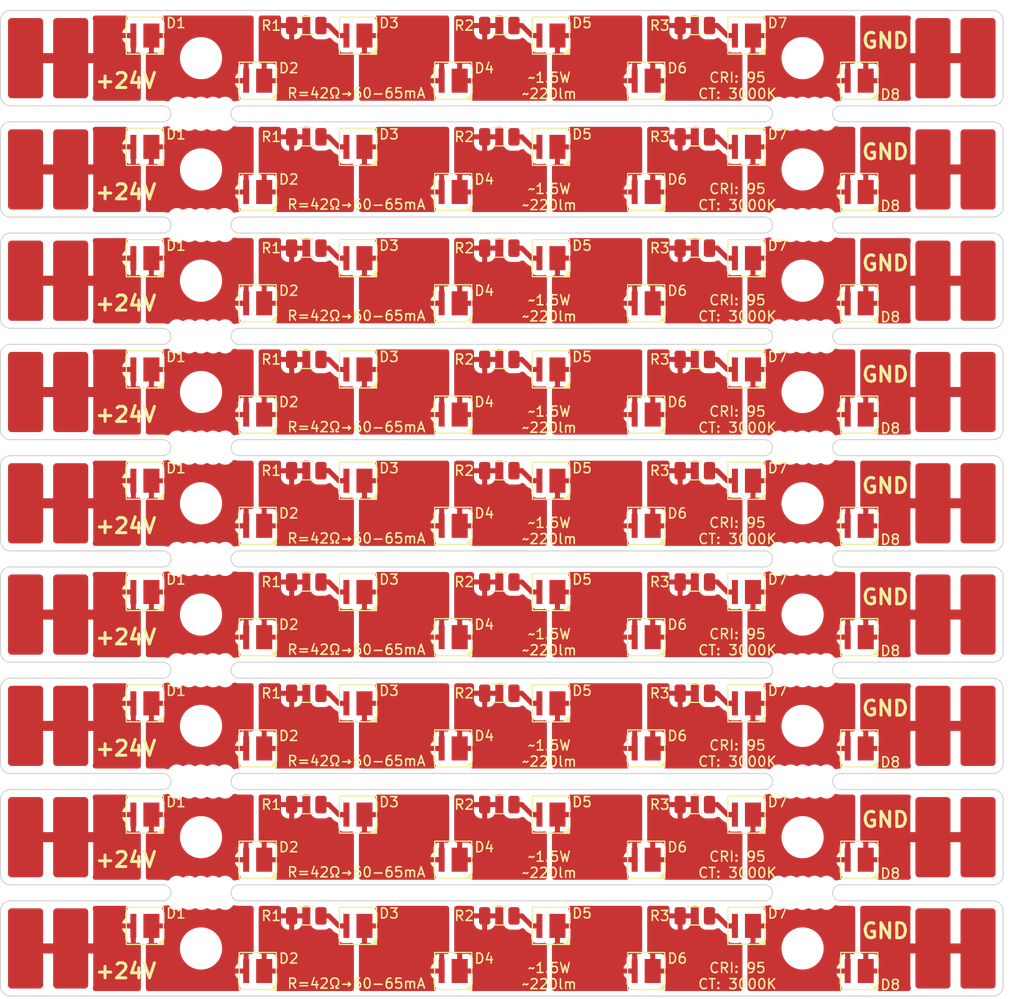
<source format=kicad_pcb>
(kicad_pcb (version 20211014) (generator pcbnew)
  (layers (0 "F.Cu" signal) (31 "B.Cu" signal) (34 "B.Paste" user) (35 "F.Paste" user) (36 "B.SilkS" user "B.Silkscreen") (37 "F.SilkS" user "F.Silkscreen") (38 "B.Mask" user) (39 "F.Mask" user) (44 "Edge.Cuts" user))
  (net 0 "")
  (net 1 "Net-(D2-Pad1)")
  (net 2 "Net-(D3-Pad2)")
  (net 3 "Net-(D4-Pad1)")
  (net 4 "Net-(D5-Pad2)")
  (net 5 "Net-(D6-Pad1)")
  (net 6 "Net-(D7-Pad2)")
  (net 7 "Net-(D1-Pad1)")
  (net 8 "+24V")
  (net 9 "Net-(D3-Pad1)")
  (net 10 "Net-(D5-Pad1)")
  (net 11 "Net-(D7-Pad1)")
  (net 12 "GND")
  (footprint "IKEA_Tertial_mod:MP_3030" (layer "F.Cu") (at 164.25 101.4 180)
    (fp_text reference "D6")
    (fp_text value "MP-3030-120H-30-95")
  )
  (footprint "IKEA_Tertial_mod:MP_3030" (layer "F.Cu") (at 174.25 63.600001 180)
    (fp_text reference "D7")
    (fp_text value "MP-3030-120H-30-95")
  )
  (footprint "Resistor_SMD:R_1206_3216Metric" (layer "F.Cu") (at 130.5 73.7)
    (fp_text reference "R1")
    (fp_text value "14R")
  )
  (footprint "Resistor_SMD:R_1206_3216Metric" (layer "F.Cu") (at 169.25 140.299999)
    (fp_text reference "R3")
    (fp_text value "14R")
  )
  (footprint "IKEA_Tertial_mod:Connector_08x03.5mm_pad_SMD" (layer "F.Cu") (at 102.5 65.850001 90)
    (fp_text reference "J1" hide)
    (fp_text value "+24V")
  )
  (footprint "IKEA_Tertial_mod:Mouse_bite_5x0.8mm_holes" (layer "F.Cu") (at 180 126.900001)
    (fp_text reference "H3" hide)
    (fp_text value "Mouse_bite" hide)
    (fp_arc (start -3.8 -0.8) (mid -3 0) (end -3.8 0.8) (layer "Edge.Cuts") (width 0.1))
    (fp_arc (start 3.8 0.8) (mid 3 0) (end 3.8 -0.8) (layer "Edge.Cuts") (width 0.1))
  )
  (footprint "IKEA_Tertial_mod:MP_3030" (layer "F.Cu") (at 185.5 134.700001 180)
    (fp_text reference "D8")
    (fp_text value "MP-3030-120H-30-95")
  )
  (footprint "MountingHole:MountingHole_3.2mm_M3" (layer "F.Cu") (at 180 54.75)
    (fp_text reference "H2" hide)
    (fp_text value "MountingHole")
  )
  (footprint "IKEA_Tertial_mod:MP_3030" (layer "F.Cu") (at 164.25 145.799999 180)
    (fp_text reference "D6")
    (fp_text value "MP-3030-120H-30-95")
  )
  (footprint "IKEA_Tertial_mod:MP_3030" (layer "F.Cu") (at 154.75 141.299999 180)
    (fp_text reference "D5")
    (fp_text value "MP-3030-120H-30-95")
  )
  (footprint "IKEA_Tertial_mod:MP_3030" (layer "F.Cu") (at 145 90.300001 180)
    (fp_text reference "D4")
    (fp_text value "MP-3030-120H-30-95")
  )
  (footprint "IKEA_Tertial_mod:Connector_08x03.5mm_pad_SMD" (layer "F.Cu") (at 102.5 76.95 90)
    (fp_text reference "J1" hide)
    (fp_text value "+24V")
  )
  (footprint "IKEA_Tertial_mod:Connector_08x03.5mm_pad_SMD" (layer "F.Cu") (at 193 121.35 90)
    (fp_text reference "J3" hide)
    (fp_text value "GND")
  )
  (footprint "Resistor_SMD:R_1206_3216Metric" (layer "F.Cu") (at 149.75 95.9)
    (fp_text reference "R2")
    (fp_text value "14R")
  )
  (footprint "IKEA_Tertial_mod:MP_3030" (layer "F.Cu") (at 164.25 123.6 180)
    (fp_text reference "D6")
    (fp_text value "MP-3030-120H-30-95")
  )
  (footprint "IKEA_Tertial_mod:MP_3030" (layer "F.Cu") (at 114.25 141.299999 180)
    (fp_text reference "D1")
    (fp_text value "MP-3030-120H-30-95")
  )
  (footprint "IKEA_Tertial_mod:MP_3030" (layer "F.Cu") (at 154.75 96.9 180)
    (fp_text reference "D5")
    (fp_text value "MP-3030-120H-30-95")
  )
  (footprint "IKEA_Tertial_mod:MP_3030" (layer "F.Cu") (at 135.5 119.1 180)
    (fp_text reference "D3")
    (fp_text value "MP-3030-120H-30-95")
  )
  (footprint "IKEA_Tertial_mod:MP_3030" (layer "F.Cu") (at 125.5 68.100001 180)
    (fp_text reference "D2")
    (fp_text value "MP-3030-120H-30-95")
  )
  (footprint "IKEA_Tertial_mod:MP_3030" (layer "F.Cu") (at 145 79.2 180)
    (fp_text reference "D4")
    (fp_text value "MP-3030-120H-30-95")
  )
  (footprint "Resistor_SMD:R_1206_3216Metric" (layer "F.Cu") (at 169.25 107.000001)
    (fp_text reference "R3")
    (fp_text value "14R")
  )
  (footprint "IKEA_Tertial_mod:MP_3030" (layer "F.Cu") (at 125.5 123.6 180)
    (fp_text reference "D2")
    (fp_text value "MP-3030-120H-30-95")
  )
  (footprint "IKEA_Tertial_mod:MP_3030" (layer "F.Cu") (at 174.25 74.7 180)
    (fp_text reference "D7")
    (fp_text value "MP-3030-120H-30-95")
  )
  (footprint "IKEA_Tertial_mod:MP_3030" (layer "F.Cu") (at 154.75 52.5 180)
    (fp_text reference "D5")
    (fp_text value "MP-3030-120H-30-95")
  )
  (footprint "IKEA_Tertial_mod:MP_3030" (layer "F.Cu") (at 125.5 90.300001 180)
    (fp_text reference "D2")
    (fp_text value "MP-3030-120H-30-95")
  )
  (footprint "IKEA_Tertial_mod:Connector_08x03.5mm_pad_SMD" (layer "F.Cu") (at 193 99.15 90)
    (fp_text reference "J3" hide)
    (fp_text value "GND")
  )
  (footprint "MountingHole:MountingHole_3.2mm_M3" (layer "F.Cu") (at 120 121.35)
    (fp_text reference "H1" hide)
    (fp_text value "MountingHole")
  )
  (footprint "IKEA_Tertial_mod:MP_3030" (layer "F.Cu") (at 114.25 52.5 180)
    (fp_text reference "D1")
    (fp_text value "MP-3030-120H-30-95")
  )
  (footprint "IKEA_Tertial_mod:Connector_08x03.5mm_pad_SMD" (layer "F.Cu") (at 197.5 99.15 90)
    (fp_text reference "J4" hide)
    (fp_text value "GND")
  )
  (footprint "IKEA_Tertial_mod:Connector_08x03.5mm_pad_SMD" (layer "F.Cu") (at 193 143.549999 90)
    (fp_text reference "J3" hide)
    (fp_text value "GND")
  )
  (footprint "IKEA_Tertial_mod:MP_3030" (layer "F.Cu") (at 145 101.4 180)
    (fp_text reference "D4")
    (fp_text value "MP-3030-120H-30-95")
  )
  (footprint "IKEA_Tertial_mod:MP_3030" (layer "F.Cu") (at 174.25 52.5 180)
    (fp_text reference "D7")
    (fp_text value "MP-3030-120H-30-95")
  )
  (footprint "IKEA_Tertial_mod:MP_3030" (layer "F.Cu") (at 154.75 74.7 180)
    (fp_text reference "D5")
    (fp_text value "MP-3030-120H-30-95")
  )
  (footprint "IKEA_Tertial_mod:MP_3030" (layer "F.Cu") (at 174.25 141.299999 180)
    (fp_text reference "D7")
    (fp_text value "MP-3030-120H-30-95")
  )
  (footprint "IKEA_Tertial_mod:Mouse_bite_5x0.8mm_holes" (layer "F.Cu") (at 120 115.8)
    (fp_text reference "H4" hide)
    (fp_text value "Mouse_bite" hide)
    (fp_arc (start -3.8 -0.8) (mid -3 0) (end -3.8 0.8) (layer "Edge.Cuts") (width 0.1))
    (fp_arc (start 3.8 0.8) (mid 3 0) (end 3.8 -0.8) (layer "Edge.Cuts") (width 0.1))
  )
  (footprint "IKEA_Tertial_mod:Connector_08x03.5mm_pad_SMD" (layer "F.Cu") (at 102.5 110.250001 90)
    (fp_text reference "J1" hide)
    (fp_text value "+24V")
  )
  (footprint "MountingHole:MountingHole_3.2mm_M3" (layer "F.Cu") (at 180 88.050001)
    (fp_text reference "H2" hide)
    (fp_text value "MountingHole")
  )
  (footprint "IKEA_Tertial_mod:Connector_08x03.5mm_pad_SMD" (layer "F.Cu") (at 193 88.050001 90)
    (fp_text reference "J3" hide)
    (fp_text value "GND")
  )
  (footprint "MountingHole:MountingHole_3.2mm_M3" (layer "F.Cu") (at 180 76.95)
    (fp_text reference "H2" hide)
    (fp_text value "MountingHole")
  )
  (footprint "Resistor_SMD:R_1206_3216Metric" (layer "F.Cu") (at 169.25 62.600001)
    (fp_text reference "R3")
    (fp_text value "14R")
  )
  (footprint "MountingHole:MountingHole_3.2mm_M3" (layer "F.Cu") (at 120 132.450001)
    (fp_text reference "H1" hide)
    (fp_text value "MountingHole")
  )
  (footprint "IKEA_Tertial_mod:Connector_08x03.5mm_pad_SMD" (layer "F.Cu") (at 107 121.35 90)
    (fp_text reference "J2" hide)
    (fp_text value "+24V")
  )
  (footprint "MountingHole:MountingHole_3.2mm_M3" (layer "F.Cu") (at 180 99.15)
    (fp_text reference "H2" hide)
    (fp_text value "MountingHole")
  )
  (footprint "IKEA_Tertial_mod:MP_3030" (layer "F.Cu") (at 135.5 141.299999 180)
    (fp_text reference "D3")
    (fp_text value "MP-3030-120H-30-95")
  )
  (footprint "IKEA_Tertial_mod:MP_3030" (layer "F.Cu") (at 174.25 96.9 180)
    (fp_text reference "D7")
    (fp_text value "MP-3030-120H-30-95")
  )
  (footprint "IKEA_Tertial_mod:MP_3030" (layer "F.Cu") (at 164.25 112.500001 180)
    (fp_text reference "D6")
    (fp_text value "MP-3030-120H-30-95")
  )
  (footprint "IKEA_Tertial_mod:Mouse_bite_5x0.8mm_holes" (layer "F.Cu") (at 120 71.4)
    (fp_text reference "H4" hide)
    (fp_text value "Mouse_bite" hide)
    (fp_arc (start 3.8 0.8) (mid 3 0) (end 3.8 -0.8) (layer "Edge.Cuts") (width 0.1))
    (fp_arc (start -3.8 -0.8) (mid -3 0) (end -3.8 0.8) (layer "Edge.Cuts") (width 0.1))
  )
  (footprint "IKEA_Tertial_mod:Connector_08x03.5mm_pad_SMD" (layer "F.Cu") (at 107 132.450001 90)
    (fp_text reference "J2" hide)
    (fp_text value "+24V")
  )
  (footprint "IKEA_Tertial_mod:MP_3030" (layer "F.Cu") (at 164.25 68.100001 180)
    (fp_text reference "D6")
    (fp_text value "MP-3030-120H-30-95")
  )
  (footprint "IKEA_Tertial_mod:Mouse_bite_5x0.8mm_holes" (layer "F.Cu") (at 120 126.900001)
    (fp_text reference "H4" hide)
    (fp_text value "Mouse_bite" hide)
    (fp_arc (start -3.8 -0.8) (mid -3 0) (end -3.8 0.8) (layer "Edge.Cuts") (width 0.1))
    (fp_arc (start 3.8 0.8) (mid 3 0) (end 3.8 -0.8) (layer "Edge.Cuts") (width 0.1))
  )
  (footprint "IKEA_Tertial_mod:MP_3030" (layer "F.Cu") (at 145 68.100001 180)
    (fp_text reference "D4")
    (fp_text value "MP-3030-120H-30-95")
  )
  (footprint "IKEA_Tertial_mod:Connector_08x03.5mm_pad_SMD" (layer "F.Cu") (at 107 65.850001 90)
    (fp_text reference "J2" hide)
    (fp_text value "+24V")
  )
  (footprint "MountingHole:MountingHole_3.2mm_M3" (layer "F.Cu") (at 120 110.250001)
    (fp_text reference "H1" hide)
    (fp_text value "MountingHole")
  )
  (footprint "MountingHole:MountingHole_3.2mm_M3" (layer "F.Cu") (at 120 54.75)
    (fp_text reference "H1" hide)
    (fp_text value "MountingHole")
  )
  (footprint "MountingHole:MountingHole_3.2mm_M3" (layer "F.Cu") (at 180 132.450001)
    (fp_text reference "H2" hide)
    (fp_text value "MountingHole")
  )
  (footprint "IKEA_Tertial_mod:Connector_08x03.5mm_pad_SMD" (layer "F.Cu") (at 197.5 143.549999 90)
    (fp_text reference "J4" hide)
    (fp_text value "GND")
  )
  (footprint "IKEA_Tertial_mod:Mouse_bite_5x0.8mm_holes" (layer "F.Cu") (at 180 93.6)
    (fp_text reference "H3" hide)
    (fp_text value "Mouse_bite" hide)
    (fp_arc (start -3.8 -0.8) (mid -3 0) (end -3.8 0.8) (layer "Edge.Cuts") (width 0.1))
    (fp_arc (start 3.8 0.8) (mid 3 0) (end 3.8 -0.8) (layer "Edge.Cuts") (width 0.1))
  )
  (footprint "IKEA_Tertial_mod:Connector_08x03.5mm_pad_SMD" (layer "F.Cu") (at 197.5 88.050001 90)
    (fp_text reference "J4" hide)
    (fp_text value "GND")
  )
  (footprint "IKEA_Tertial_mod:MP_3030" (layer "F.Cu") (at 164.25 90.300001 180)
    (fp_text reference "D6")
    (fp_text value "MP-3030-120H-30-95")
  )
  (footprint "MountingHole:MountingHole_3.2mm_M3" (layer "F.Cu") (at 120 65.850001)
    (fp_text reference "H1" hide)
    (fp_text value "MountingHole")
  )
  (footprint "IKEA_Tertial_mod:Connector_08x03.5mm_pad_SMD" (layer "F.Cu") (at 193 54.75 90)
    (fp_text reference "J3" hide)
    (fp_text value "GND")
  )
  (footprint "IKEA_Tertial_mod:Mouse_bite_5x0.8mm_holes" (layer "F.Cu") (at 180 104.700001)
    (fp_text reference "H3" hide)
    (fp_text value "Mouse_bite" hide)
    (fp_arc (start 3.8 0.8) (mid 3 0) (end 3.8 -0.8) (layer "Edge.Cuts") (width 0.1))
    (fp_arc (start -3.8 -0.8) (mid -3 0) (end -3.8 0.8) (layer "Edge.Cuts") (width 0.1))
  )
  (footprint "IKEA_Tertial_mod:Connector_08x03.5mm_pad_SMD" (layer "F.Cu") (at 102.5 143.549999 90)
    (fp_text reference "J1" hide)
    (fp_text value "+24V")
  )
  (footprint "IKEA_Tertial_mod:Mouse_bite_5x0.8mm_holes" (layer "F.Cu") (at 180 71.4)
    (fp_text reference "H3" hide)
    (fp_text value "Mouse_bite" hide)
    (fp_arc (start 3.8 0.8) (mid 3 0) (end 3.8 -0.8) (layer "Edge.Cuts") (width 0.1))
    (fp_arc (start -3.8 -0.8) (mid -3 0) (end -3.8 0.8) (layer "Edge.Cuts") (width 0.1))
  )
  (footprint "Resistor_SMD:R_1206_3216Metric" (layer "F.Cu") (at 130.5 107.000001)
    (fp_text reference "R1")
    (fp_text value "14R")
  )
  (footprint "Resistor_SMD:R_1206_3216Metric" (layer "F.Cu") (at 149.75 62.600001)
    (fp_text reference "R2")
    (fp_text value "14R")
  )
  (footprint "IKEA_Tertial_mod:Connector_08x03.5mm_pad_SMD" (layer "F.Cu") (at 102.5 99.15 90)
    (fp_text reference "J1" hide)
    (fp_text value "+24V")
  )
  (footprint "IKEA_Tertial_mod:MP_3030" (layer "F.Cu") (at 164.25 57 180)
    (fp_text reference "D6")
    (fp_text value "MP-3030-120H-30-95")
  )
  (footprint "MountingHole:MountingHole_3.2mm_M3" (layer "F.Cu") (at 120 99.15)
    (fp_text reference "H1" hide)
    (fp_text value "MountingHole")
  )
  (footprint "IKEA_Tertial_mod:MP_3030" (layer "F.Cu") (at 145 112.500001 180)
    (fp_text reference "D4")
    (fp_text value "MP-3030-120H-30-95")
  )
  (footprint "IKEA_Tertial_mod:MP_3030" (layer "F.Cu") (at 185.5 145.799999 180)
    (fp_text reference "D8")
    (fp_text value "MP-3030-120H-30-95")
  )
  (footprint "IKEA_Tertial_mod:Mouse_bite_5x0.8mm_holes" (layer "F.Cu") (at 180 60.300001)
    (fp_text reference "H3" hide)
    (fp_text value "Mouse_bite" hide)
    (fp_arc (start -3.8 -0.8) (mid -3 0) (end -3.8 0.8) (layer "Edge.Cuts") (width 0.1))
    (fp_arc (start 3.8 0.8) (mid 3 0) (end 3.8 -0.8) (layer "Edge.Cuts") (width 0.1))
  )
  (footprint "MountingHole:MountingHole_3.2mm_M3" (layer "F.Cu") (at 180 143.549999)
    (fp_text reference "H2" hide)
    (fp_text value "MountingHole")
  )
  (footprint "IKEA_Tertial_mod:MP_3030" (layer "F.Cu") (at 135.5 85.800001 180)
    (fp_text reference "D3")
    (fp_text value "MP-3030-120H-30-95")
  )
  (footprint "IKEA_Tertial_mod:Connector_08x03.5mm_pad_SMD" (layer "F.Cu") (at 193 110.250001 90)
    (fp_text reference "J3" hide)
    (fp_text value "GND")
  )
  (footprint "IKEA_Tertial_mod:MP_3030" (layer "F.Cu") (at 125.5 79.2 180)
    (fp_text reference "D2")
    (fp_text value "MP-3030-120H-30-95")
  )
  (footprint "IKEA_Tertial_mod:MP_3030" (layer "F.Cu") (at 114.25 74.7 180)
    (fp_text reference "D1")
    (fp_text value "MP-3030-120H-30-95")
  )
  (footprint "IKEA_Tertial_mod:MP_3030" (layer "F.Cu") (at 145 134.700001 180)
    (fp_text reference "D4")
    (fp_text value "MP-3030-120H-30-95")
  )
  (footprint "IKEA_Tertial_mod:MP_3030" (layer "F.Cu") (at 154.75 85.800001 180)
    (fp_text reference "D5")
    (fp_text value "MP-3030-120H-30-95")
  )
  (footprint "MountingHole:MountingHole_3.2mm_M3" (layer "F.Cu") (at 120 143.549999)
    (fp_text reference "H1" hide)
    (fp_text value "MountingHole")
  )
  (footprint "MountingHole:MountingHole_3.2mm_M3" (layer "F.Cu") (at 180 65.850001)
    (fp_text reference "H2" hide)
    (fp_text value "MountingHole")
  )
  (footprint "Resistor_SMD:R_1206_3216Metric" (layer "F.Cu") (at 169.25 84.800001)
    (fp_text reference "R3")
    (fp_text value "14R")
  )
  (footprint "Resistor_SMD:R_1206_3216Metric" (layer "F.Cu") (at 130.5 118.1)
    (fp_text reference "R1")
    (fp_text value "14R")
  )
  (footprint "IKEA_Tertial_mod:MP_3030" (layer "F.Cu") (at 135.5 108.000001 180)
    (fp_text reference "D3")
    (fp_text value "MP-3030-120H-30-95")
  )
  (footprint "MountingHole:MountingHole_3.2mm_M3" (layer "F.Cu") (at 180 110.250001)
    (fp_text reference "H2" hide)
    (fp_text value "MountingHole")
  )
  (footprint "IKEA_Tertial_mod:MP_3030" (layer "F.Cu") (at 154.75 108.000001 180)
    (fp_text reference "D5")
    (fp_text value "MP-3030-120H-30-95")
  )
  (footprint "IKEA_Tertial_mod:Mouse_bite_5x0.8mm_holes" (layer "F.Cu") (at 120 60.300001)
    (fp_text reference "H4" hide)
    (fp_text value "Mouse_bite" hide)
    (fp_arc (start 3.8 0.8) (mid 3 0) (end 3.8 -0.8) (layer "Edge.Cuts") (width 0.1))
    (fp_arc (start -3.8 -0.8) (mid -3 0) (end -3.8 0.8) (layer "Edge.Cuts") (width 0.1))
  )
  (footprint "IKEA_Tertial_mod:MP_3030" (layer "F.Cu") (at 114.25 96.9 180)
    (fp_text reference "D1")
    (fp_text value "MP-3030-120H-30-95")
  )
  (footprint "Resistor_SMD:R_1206_3216Metric" (layer "F.Cu") (at 130.5 84.800001)
    (fp_text reference "R1")
    (fp_text value "14R")
  )
  (footprint "IKEA_Tertial_mod:MP_3030" (layer "F.Cu") (at 185.5 79.2 180)
    (fp_text reference "D8")
    (fp_text value "MP-3030-120H-30-95")
  )
  (footprint "Resistor_SMD:R_1206_3216Metric" (layer "F.Cu") (at 149.75 84.800001)
    (fp_text reference "R2")
    (fp_text value "14R")
  )
  (footprint "Resistor_SMD:R_1206_3216Metric" (layer "F.Cu") (at 149.75 140.299999)
    (fp_text reference "R2")
    (fp_text value "14R")
  )
  (footprint "IKEA_Tertial_mod:Mouse_bite_5x0.8mm_holes" (layer "F.Cu") (at 120 93.6)
    (fp_text reference "H4" hide)
    (fp_text value "Mouse_bite" hide)
    (fp_arc (start 3.8 0.8) (mid 3 0) (end 3.8 -0.8) (layer "Edge.Cuts") (width 0.1))
    (fp_arc (start -3.8 -0.8) (mid -3 0) (end -3.8 0.8) (layer "Edge.Cuts") (width 0.1))
  )
  (footprint "Resistor_SMD:R_1206_3216Metric" (layer "F.Cu") (at 130.5 95.9)
    (fp_text reference "R1")
    (fp_text value "14R")
  )
  (footprint "IKEA_Tertial_mod:Mouse_bite_5x0.8mm_holes" (layer "F.Cu") (at 180 115.8)
    (fp_text reference "H3" hide)
    (fp_text value "Mouse_bite" hide)
    (fp_arc (start -3.8 -0.8) (mid -3 0) (end -3.8 0.8) (layer "Edge.Cuts") (width 0.1))
    (fp_arc (start 3.8 0.8) (mid 3 0) (end 3.8 -0.8) (layer "Edge.Cuts") (width 0.1))
  )
  (footprint "IKEA_Tertial_mod:MP_3030" (layer "F.Cu") (at 145 145.799999 180)
    (fp_text reference "D4")
    (fp_text value "MP-3030-120H-30-95")
  )
  (footprint "IKEA_Tertial_mod:MP_3030" (layer "F.Cu") (at 135.5 52.5 180)
    (fp_text reference "D3")
    (fp_text value "MP-3030-120H-30-95")
  )
  (footprint "IKEA_Tertial_mod:MP_3030" (layer "F.Cu") (at 125.5 145.799999 180)
    (fp_text reference "D2")
    (fp_text value "MP-3030-120H-30-95")
  )
  (footprint "Resistor_SMD:R_1206_3216Metric" (layer "F.Cu") (at 169.25 51.5)
    (fp_text reference "R3")
    (fp_text value "14R")
  )
  (footprint "IKEA_Tertial_mod:MP_3030" (layer "F.Cu") (at 114.25 108.000001 180)
    (fp_text reference "D1")
    (fp_text value "MP-3030-120H-30-95")
  )
  (footprint "IKEA_Tertial_mod:MP_3030" (layer "F.Cu") (at 125.5 134.700001 180)
    (fp_text reference "D2")
    (fp_text value "MP-3030-120H-30-95")
  )
  (footprint "Resistor_SMD:R_1206_3216Metric" (layer "F.Cu") (at 169.25 95.9)
    (fp_text reference "R3")
    (fp_text value "14R")
  )
  (footprint "Resistor_SMD:R_1206_3216Metric" (layer "F.Cu") (at 169.25 73.7)
    (fp_text reference "R3")
    (fp_text value "14R")
  )
  (footprint "IKEA_Tertial_mod:Connector_08x03.5mm_pad_SMD" (layer "F.Cu") (at 197.5 132.450001 90)
    (fp_text reference "J4" hide)
    (fp_text value "GND")
  )
  (footprint "Resistor_SMD:R_1206_3216Metric" (layer "F.Cu") (at 149.75 129.200001)
    (fp_text reference "R2")
    (fp_text value "14R")
  )
  (footprint "IKEA_Tertial_mod:Connector_08x03.5mm_pad_SMD" (layer "F.Cu") (at 107 54.75 90)
    (fp_text reference "J2" hide)
    (fp_text value "+24V")
  )
  (footprint "IKEA_Tertial_mod:Mouse_bite_5x0.8mm_holes" (layer "F.Cu") (at 120 104.700001)
    (fp_text reference "H4" hide)
    (fp_text value "Mouse_bite" hide)
    (fp_arc (start 3.8 0.8) (mid 3 0) (end 3.8 -0.8) (layer "Edge.Cuts") (width 0.1))
    (fp_arc (start -3.8 -0.8) (mid -3 0) (end -3.8 0.8) (layer "Edge.Cuts") (width 0.1))
  )
  (footprint "IKEA_Tertial_mod:MP_3030" (layer "F.Cu") (at 174.25 130.200001 180)
    (fp_text reference "D7")
    (fp_text value "MP-3030-120H-30-95")
  )
  (footprint "IKEA_Tertial_mod:MP_3030" (layer "F.Cu") (at 135.5 130.200001 180)
    (fp_text reference "D3")
    (fp_text value "MP-3030-120H-30-95")
  )
  (footprint "IKEA_Tertial_mod:MP_3030" (layer "F.Cu") (at 154.75 119.1 180)
    (fp_text reference "D5")
    (fp_text value "MP-3030-120H-30-95")
  )
  (footprint "Resistor_SMD:R_1206_3216Metric" (layer "F.Cu") (at 130.5 140.299999)
    (fp_text reference "R1")
    (fp_text value "14R")
  )
  (footprint "IKEA_Tertial_mod:MP_3030" (layer "F.Cu") (at 185.5 112.500001 180)
    (fp_text reference "D8")
    (fp_text value "MP-3030-120H-30-95")
  )
  (footprint "IKEA_Tertial_mod:Connector_08x03.5mm_pad_SMD" (layer "F.Cu") (at 102.5 121.35 90)
    (fp_text reference "J1" hide)
    (fp_text value "+24V")
  )
  (footprint "IKEA_Tertial_mod:MP_3030" (layer "F.Cu") (at 114.25 63.600001 180)
    (fp_text reference "D1")
    (fp_text value "MP-3030-120H-30-95")
  )
  (footprint "IKEA_Tertial_mod:MP_3030" (layer "F.Cu") (at 154.75 130.200001 180)
    (fp_text reference "D5")
    (fp_text value "MP-3030-120H-30-95")
  )
  (footprint "IKEA_Tertial_mod:MP_3030" (layer "F.Cu") (at 185.5 101.4 180)
    (fp_text reference "D8")
    (fp_text value "MP-3030-120H-30-95")
  )
  (footprint "IKEA_Tertial_mod:Connector_08x03.5mm_pad_SMD" (layer "F.Cu") (at 197.5 76.95 90)
    (fp_text reference "J4" hide)
    (fp_text value "GND")
  )
  (footprint "IKEA_Tertial_mod:MP_3030" (layer "F.Cu") (at 185.5 90.300001 180)
    (fp_text reference "D8")
    (fp_text value "MP-3030-120H-30-95")
  )
  (footprint "Resistor_SMD:R_1206_3216Metric" (layer "F.Cu") (at 130.5 129.200001)
    (fp_text reference "R1")
    (fp_text value "14R")
  )
  (footprint "IKEA_Tertial_mod:Connector_08x03.5mm_pad_SMD" (layer "F.Cu") (at 107 143.549999 90)
    (fp_text reference "J2" hide)
    (fp_text value "+24V")
  )
  (footprint "Resistor_SMD:R_1206_3216Metric" (layer "F.Cu") (at 149.75 51.5)
    (fp_text reference "R2")
    (fp_text value "14R")
  )
  (footprint "IKEA_Tertial_mod:Mouse_bite_5x0.8mm_holes" (layer "F.Cu") (at 120 137.999999)
    (fp_text reference "H4" hide)
    (fp_text value "Mouse_bite" hide)
    (fp_arc (start -3.8 -0.8) (mid -3 0) (end -3.8 0.8) (layer "Edge.Cuts") (width 0.1))
    (fp_arc (start 3.8 0.8) (mid 3 0) (end 3.8 -0.8) (layer "Edge.Cuts") (width 0.1))
  )
  (footprint "IKEA_Tertial_mod:MP_3030" (layer "F.Cu") (at 114.25 85.800001 180)
    (fp_text reference "D1")
    (fp_text value "MP-3030-120H-30-95")
  )
  (footprint "IKEA_Tertial_mod:MP_3030" (layer "F.Cu") (at 135.5 74.7 180)
    (fp_text reference "D3")
    (fp_text value "MP-3030-120H-30-95")
  )
  (footprint "IKEA_Tertial_mod:Mouse_bite_5x0.8mm_holes" (layer "F.Cu") (at 180 137.999999)
    (fp_text reference "H3" hide)
    (fp_text value "Mouse_bite" hide)
    (fp_arc (start -3.8 -0.8) (mid -3 0) (end -3.8 0.8) (layer "Edge.Cuts") (width 0.1))
    (fp_arc (start 3.8 0.8) (mid 3 0) (end 3.8 -0.8) (layer "Edge.Cuts") (width 0.1))
  )
  (footprint "IKEA_Tertial_mod:Connector_08x03.5mm_pad_SMD" (layer "F.Cu") (at 193 65.850001 90)
    (fp_text reference "J3" hide)
    (fp_text value "GND")
  )
  (footprint "Resistor_SMD:R_1206_3216Metric" (layer "F.Cu") (at 130.5 62.600001)
    (fp_text reference "R1")
    (fp_text value "14R")
  )
  (footprint "IKEA_Tertial_mod:MP_3030" (layer "F.Cu") (at 135.5 63.600001 180)
    (fp_text reference "D3")
    (fp_text value "MP-3030-120H-30-95")
  )
  (footprint "IKEA_Tertial_mod:Connector_08x03.5mm_pad_SMD" (layer "F.Cu") (at 107 99.15 90)
    (fp_text reference "J2" hide)
    (fp_text value "+24V")
  )
  (footprint "IKEA_Tertial_mod:Connector_08x03.5mm_pad_SMD" (layer "F.Cu") (at 107 76.95 90)
    (fp_text reference "J2" hide)
    (fp_text value "+24V")
  )
  (footprint "IKEA_Tertial_mod:MP_3030" (layer "F.Cu") (at 125.5 101.4 180)
    (fp_text reference "D2")
    (fp_text value "MP-3030-120H-30-95")
  )
  (footprint "MountingHole:MountingHole_3.2mm_M3" (layer "F.Cu") (at 120 76.95)
    (fp_text reference "H1" hide)
    (fp_text value "MountingHole")
  )
  (footprint "IKEA_Tertial_mod:MP_3030" (layer "F.Cu") (at 145 123.6 180)
    (fp_text reference "D4")
    (fp_text value "MP-3030-120H-30-95")
  )
  (footprint "IKEA_Tertial_mod:MP_3030" (layer "F.Cu") (at 185.5 123.6 180)
    (fp_text reference "D8")
    (fp_text value "MP-3030-120H-30-95")
  )
  (footprint "MountingHole:MountingHole_3.2mm_M3" (layer "F.Cu") (at 180 121.35)
    (fp_text reference "H2" hide)
    (fp_text value "MountingHole")
  )
  (footprint "Resistor_SMD:R_1206_3216Metric" (layer "F.Cu") (at 169.25 118.1)
    (fp_text reference "R3")
    (fp_text value "14R")
  )
  (footprint "IKEA_Tertial_mod:MP_3030" (layer "F.Cu") (at 125.5 57 180)
    (fp_text reference "D2")
    (fp_text value "MP-3030-120H-30-95")
  )
  (footprint "IKEA_Tertial_mod:Connector_08x03.5mm_pad_SMD" (layer "F.Cu") (at 102.5 132.450001 90)
    (fp_text reference "J1" hide)
    (fp_text value "+24V")
  )
  (footprint "Resistor_SMD:R_1206_3216Metric" (layer "F.Cu") (at 169.25 129.200001)
    (fp_text reference "R3")
    (fp_text value "14R")
  )
  (footprint "IKEA_Tertial_mod:MP_3030" (layer "F.Cu") (at 125.5 112.500001 180)
    (fp_text reference "D2")
    (fp_text value "MP-3030-120H-30-95")
  )
  (footprint "IKEA_Tertial_mod:MP_3030" (layer "F.Cu") (at 185.5 57 180)
    (fp_text reference "D8")
    (fp_text value "MP-3030-120H-30-95")
  )
  (footprint "IKEA_Tertial_mod:MP_3030" (layer "F.Cu") (at 114.25 119.1 180)
    (fp_text reference "D1")
    (fp_text value "MP-3030-120H-30-95")
  )
  (footprint "IKEA_Tertial_mod:MP_3030" (layer "F.Cu") (at 135.5 96.9 180)
    (fp_text reference "D3")
    (fp_text value "MP-3030-120H-30-95")
  )
  (footprint "Resistor_SMD:R_1206_3216Metric" (layer "F.Cu") (at 130.5 51.5)
    (fp_text reference "R1")
    (fp_text value "14R")
  )
  (footprint "IKEA_Tertial_mod:MP_3030" (layer "F.Cu") (at 114.25 130.200001 180)
    (fp_text reference "D1")
    (fp_text value "MP-3030-120H-30-95")
  )
  (footprint "IKEA_Tertial_mod:Connector_08x03.5mm_pad_SMD" (layer "F.Cu") (at 193 132.450001 90)
    (fp_text reference "J3" hide)
    (fp_text value "GND")
  )
  (footprint "IKEA_Tertial_mod:Connector_08x03.5mm_pad_SMD" (layer "F.Cu") (at 102.5 88.050001 90)
    (fp_text reference "J1" hide)
    (fp_text value "+24V")
  )
  (footprint "Resistor_SMD:R_1206_3216Metric" (layer "F.Cu") (at 149.75 118.1)
    (fp_text reference "R2")
    (fp_text value "14R")
  )
  (footprint "IKEA_Tertial_mod:MP_3030" (layer "F.Cu") (at 185.5 68.100001 180)
    (fp_text reference "D8")
    (fp_text value "MP-3030-120H-30-95")
  )
  (footprint "IKEA_Tertial_mod:MP_3030" (layer "F.Cu") (at 154.75 63.600001 180)
    (fp_text reference "D5")
    (fp_text value "MP-3030-120H-30-95")
  )
  (footprint "IKEA_Tertial_mod:Connector_08x03.5mm_pad_SMD" (layer "F.Cu") (at 107 110.250001 90)
    (fp_text reference "J2" hide)
    (fp_text value "+24V")
  )
  (footprint "IKEA_Tertial_mod:Connector_08x03.5mm_pad_SMD" (layer "F.Cu") (at 193 76.95 90)
    (fp_text reference "J3" hide)
    (fp_text value "GND")
  )
  (footprint "IKEA_Tertial_mod:MP_3030" (layer "F.Cu") (at 174.25 85.800001 180)
    (fp_text reference "D7")
    (fp_text value "MP-3030-120H-30-95")
  )
  (footprint "IKEA_Tertial_mod:Connector_08x03.5mm_pad_SMD" (layer "F.Cu") (at 197.5 110.250001 90)
    (fp_text reference "J4" hide)
    (fp_text value "GND")
  )
  (footprint "IKEA_Tertial_mod:Connector_08x03.5mm_pad_SMD" (layer "F.Cu") (at 197.5 54.75 90)
    (fp_text reference "J4" hide)
    (fp_text value "GND")
  )
  (footprint "IKEA_Tertial_mod:Connector_08x03.5mm_pad_SMD" (layer "F.Cu") (at 197.5 65.850001 90)
    (fp_text reference "J4" hide)
    (fp_text value "GND")
  )
  (footprint "IKEA_Tertial_mod:Connector_08x03.5mm_pad_SMD" (layer "F.Cu") (at 102.5 54.75 90)
    (fp_text reference "J1" hide)
    (fp_text value "+24V")
  )
  (footprint "IKEA_Tertial_mod:MP_3030" (layer "F.Cu") (at 164.25 79.2 180)
    (fp_text reference "D6")
    (fp_text value "MP-3030-120H-30-95")
  )
  (footprint "Resistor_SMD:R_1206_3216Metric" (layer "F.Cu") (at 149.75 73.7)
    (fp_text reference "R2")
    (fp_text value "14R")
  )
  (footprint "IKEA_Tertial_mod:Mouse_bite_5x0.8mm_holes" (layer "F.Cu") (at 120 82.500001)
    (fp_text reference "H4" hide)
    (fp_text value "Mouse_bite" hide)
    (fp_arc (start -3.8 -0.8) (mid -3 0) (end -3.8 0.8) (layer "Edge.Cuts") (width 0.1))
    (fp_arc (start 3.8 0.8) (mid 3 0) (end 3.8 -0.8) (layer "Edge.Cuts") (width 0.1))
  )
  (footprint "IKEA_Tertial_mod:MP_3030" (layer "F.Cu") (at 174.25 108.000001 180)
    (fp_text reference "D7")
    (fp_text value "MP-3030-120H-30-95")
  )
  (footprint "IKEA_Tertial_mod:MP_3030" (layer "F.Cu") (at 145 57 180)
    (fp_text reference "D4")
    (fp_text value "MP-3030-120H-30-95")
  )
  (footprint "IKEA_Tertial_mod:MP_3030" (layer "F.Cu") (at 174.25 119.1 180)
    (fp_text reference "D7")
    (fp_text value "MP-3030-120H-30-95")
  )
  (footprint "IKEA_Tertial_mod:Connector_08x03.5mm_pad_SMD" (layer "F.Cu") (at 197.5 121.35 90)
    (fp_text reference "J4" hide)
    (fp_text value "GND")
  )
  (footprint "MountingHole:MountingHole_3.2mm_M3" (layer "F.Cu") (at 120 88.050001)
    (fp_text reference "H1" hide)
    (fp_text value "MountingHole")
  )
  (footprint "IKEA_Tertial_mod:MP_3030" (layer "F.Cu") (at 164.25 134.700001 180)
    (fp_text reference "D6")
    (fp_text value "MP-3030-120H-30-95")
  )
  (footprint "IKEA_Tertial_mod:Connector_08x03.5mm_pad_SMD" (layer "F.Cu") (at 107 88.050001 90)
    (fp_text reference "J2" hide)
    (fp_text value "+24V")
  )
  (footprint "Resistor_SMD:R_1206_3216Metric" (layer "F.Cu") (at 149.75 107.000001)
    (fp_text reference "R2")
    (fp_text value "14R")
  )
  (footprint "IKEA_Tertial_mod:Mouse_bite_5x0.8mm_holes" (layer "F.Cu") (at 180 82.500001)
    (fp_text reference "H3" hide)
    (fp_text value "Mouse_bite" hide)
    (fp_arc (start 3.8 0.8) (mid 3 0) (end 3.8 -0.8) (layer "Edge.Cuts") (width 0.1))
    (fp_arc (start -3.8 -0.8) (mid -3 0) (end -3.8 0.8) (layer "Edge.Cuts") (width 0.1))
  )
  (gr_arc (start 101 137.200001) (mid 100.292893 136.907108) (end 100 136.200001) (layer "Edge.Cuts") (width 0.1))
  (gr_line (start 183.8 137.2) (end 199 137.199999) (layer "Edge.Cuts") (width 0.1))
  (gr_arc (start 101 115.000001) (mid 100.292893 114.707108) (end 100 114.000001) (layer "Edge.Cuts") (width 0.1))
  (gr_line (start 100 114.000001) (end 100 106.500001) (layer "Edge.Cuts") (width 0.1))
  (gr_arc (start 200 69.600001) (mid 199.707107 70.307108) (end 199 70.600001) (layer "Edge.Cuts") (width 0.1))
  (gr_arc (start 100 117.6) (mid 100.292893 116.892893) (end 101 116.6) (layer "Edge.Cuts") (width 0.1))
  (gr_line (start 101 94.400002) (end 116.2 94.400002) (layer "Edge.Cuts") (width 0.1))
  (gr_line (start 101 70.600001) (end 116.2 70.600002) (layer "Edge.Cuts") (width 0.1))
  (gr_line (start 123.8 83.300001) (end 176.2 83.300001) (layer "Edge.Cuts") (width 0.1))
  (gr_line (start 183.8 115.000002) (end 199 115.000001) (layer "Edge.Cuts") (width 0.1))
  (gr_arc (start 199 83.300001) (mid 199.707107 83.592894) (end 200 84.300001) (layer "Edge.Cuts") (width 0.1))
  (gr_line (start 123.8 137.2) (end 176.2 137.2) (layer "Edge.Cuts") (width 0.1))
  (gr_line (start 200 51) (end 200 58.5) (layer "Edge.Cuts") (width 0.1))
  (gr_line (start 100 147.299999) (end 100 139.799999) (layer "Edge.Cuts") (width 0.1))
  (gr_arc (start 200 136.200001) (mid 199.707107 136.907108) (end 199 137.200001) (layer "Edge.Cuts") (width 0.1))
  (gr_arc (start 199 94.4) (mid 199.707107 94.692893) (end 200 95.4) (layer "Edge.Cuts") (width 0.1))
  (gr_arc (start 200 91.800001) (mid 199.707107 92.507108) (end 199 92.800001) (layer "Edge.Cuts") (width 0.1))
  (gr_arc (start 101 126.1) (mid 100.292893 125.807107) (end 100 125.1) (layer "Edge.Cuts") (width 0.1))
  (gr_arc (start 101 81.7) (mid 100.292893 81.407107) (end 100 80.7) (layer "Edge.Cuts") (width 0.1))
  (gr_arc (start 199 61.100001) (mid 199.707107 61.392894) (end 200 62.100001) (layer "Edge.Cuts") (width 0.1))
  (gr_line (start 100 102.9) (end 100 95.4) (layer "Edge.Cuts") (width 0.1))
  (gr_line (start 183.8 103.900003) (end 199 103.900002) (layer "Edge.Cuts") (width 0.1))
  (gr_line (start 100 125.1) (end 100 117.6) (layer "Edge.Cuts") (width 0.1))
  (gr_line (start 200 95.4) (end 200 102.9) (layer "Edge.Cuts") (width 0.1))
  (gr_arc (start 199 72.2) (mid 199.707107 72.492893) (end 200 73.2) (layer "Edge.Cuts") (width 0.1))
  (gr_line (start 100 91.800001) (end 100 84.300001) (layer "Edge.Cuts") (width 0.1))
  (gr_line (start 101 59.5) (end 116.2 59.500001) (layer "Edge.Cuts") (width 0.1))
  (gr_line (start 200 139.799999) (end 200 147.299999) (layer "Edge.Cuts") (width 0.1))
  (gr_line (start 200 106.500001) (end 200 114.000001) (layer "Edge.Cuts") (width 0.1))
  (gr_line (start 100 136.200001) (end 100 128.700001) (layer "Edge.Cuts") (width 0.1))
  (gr_line (start 123.8 116.600002) (end 176.2 116.600002) (layer "Edge.Cuts") (width 0.1))
  (gr_line (start 123.8 61.100001) (end 176.2 61.100001) (layer "Edge.Cuts") (width 0.1))
  (gr_line (start 200 84.300001) (end 200 91.800001) (layer "Edge.Cuts") (width 0.1))
  (gr_line (start 183.8 72.200002) (end 199 72.200002) (layer "Edge.Cuts") (width 0.1))
  (gr_line (start 183.8 126.100001) (end 199 126.1) (layer "Edge.Cuts") (width 0.1))
  (gr_arc (start 200 102.9) (mid 199.707107 103.607107) (end 199 103.9) (layer "Edge.Cuts") (width 0.1))
  (gr_line (start 100 58.5) (end 100 51) (layer "Edge.Cuts") (width 0.1))
  (gr_line (start 123.8 92.800002) (end 176.2 92.800002) (layer "Edge.Cuts") (width 0.1))
  (gr_arc (start 199 127.700001) (mid 199.707107 127.992894) (end 200 128.700001) (layer "Edge.Cuts") (width 0.1))
  (gr_line (start 200 73.2) (end 200 80.7) (layer "Edge.Cuts") (width 0.1))
  (gr_arc (start 200 114.000001) (mid 199.707107 114.707108) (end 199 115.000001) (layer "Edge.Cuts") (width 0.1))
  (gr_arc (start 100 51) (mid 100.292893 50.292893) (end 101 50) (layer "Edge.Cuts") (width 0.1))
  (gr_arc (start 199 116.6) (mid 199.707107 116.892893) (end 200 117.6) (layer "Edge.Cuts") (width 0.1))
  (gr_line (start 183.8 127.700001) (end 199 127.700001) (layer "Edge.Cuts") (width 0.1))
  (gr_line (start 183.8 94.400002) (end 199 94.400002) (layer "Edge.Cuts") (width 0.1))
  (gr_line (start 123.8 59.500001) (end 176.2 59.500001) (layer "Edge.Cuts") (width 0.1))
  (gr_line (start 101 92.800001) (end 116.2 92.800002) (layer "Edge.Cuts") (width 0.1))
  (gr_arc (start 100 139.799999) (mid 100.292893 139.092892) (end 101 138.799999) (layer "Edge.Cuts") (width 0.1))
  (gr_line (start 101 81.7) (end 116.2 81.700001) (layer "Edge.Cuts") (width 0.1))
  (gr_arc (start 100 128.700001) (mid 100.292893 127.992894) (end 101 127.700001) (layer "Edge.Cuts") (width 0.1))
  (gr_line (start 123.8 105.500003) (end 176.2 105.500003) (layer "Edge.Cuts") (width 0.1))
  (gr_line (start 101 148.299999) (end 199 148.299999) (layer "Edge.Cuts") (width 0.1))
  (gr_arc (start 200 80.7) (mid 199.707107 81.407107) (end 199 81.7) (layer "Edge.Cuts") (width 0.1))
  (gr_line (start 123.8 126.100001) (end 176.2 126.100001) (layer "Edge.Cuts") (width 0.1))
  (gr_line (start 183.8 83.300001) (end 199 83.300001) (layer "Edge.Cuts") (width 0.1))
  (gr_line (start 183.8 70.600002) (end 199 70.600001) (layer "Edge.Cuts") (width 0.1))
  (gr_line (start 101 72.200002) (end 116.2 72.200002) (layer "Edge.Cuts") (width 0.1))
  (gr_line (start 200 62.100001) (end 200 69.600001) (layer "Edge.Cuts") (width 0.1))
  (gr_line (start 101 83.300001) (end 116.2 83.300001) (layer "Edge.Cuts") (width 0.1))
  (gr_line (start 123.8 81.700001) (end 176.2 81.700001) (layer "Edge.Cuts") (width 0.1))
  (gr_arc (start 101 148.299999) (mid 100.292893 148.007106) (end 100 147.299999) (layer "Edge.Cuts") (width 0.1))
  (gr_line (start 101 137.199999) (end 116.2 137.2) (layer "Edge.Cuts") (width 0.1))
  (gr_line (start 200 117.6) (end 200 125.1) (layer "Edge.Cuts") (width 0.1))
  (gr_line (start 123.8 72.200002) (end 176.2 72.200002) (layer "Edge.Cuts") (width 0.1))
  (gr_line (start 101 50) (end 199 50) (layer "Edge.Cuts") (width 0.1))
  (gr_arc (start 101 92.800001) (mid 100.292893 92.507108) (end 100 91.800001) (layer "Edge.Cuts") (width 0.1))
  (gr_arc (start 101 70.600001) (mid 100.292893 70.307108) (end 100 69.600001) (layer "Edge.Cuts") (width 0.1))
  (gr_arc (start 199 50) (mid 199.707107 50.292893) (end 200 51) (layer "Edge.Cuts") (width 0.1))
  (gr_arc (start 200 58.5) (mid 199.707107 59.207107) (end 199 59.5) (layer "Edge.Cuts") (width 0.1))
  (gr_arc (start 199 138.799999) (mid 199.707107 139.092892) (end 200 139.799999) (layer "Edge.Cuts") (width 0.1))
  (gr_arc (start 100 84.300001) (mid 100.292893 83.592894) (end 101 83.300001) (layer "Edge.Cuts") (width 0.1))
  (gr_line (start 123.8 138.8) (end 176.2 138.8) (layer "Edge.Cuts") (width 0.1))
  (gr_line (start 100 80.7) (end 100 73.2) (layer "Edge.Cuts") (width 0.1))
  (gr_line (start 183.8 59.500001) (end 199 59.5) (layer "Edge.Cuts") (width 0.1))
  (gr_line (start 183.8 116.600002) (end 199 116.600002) (layer "Edge.Cuts") (width 0.1))
  (gr_line (start 183.8 105.500003) (end 199 105.500003) (layer "Edge.Cuts") (width 0.1))
  (gr_arc (start 200 125.1) (mid 199.707107 125.807107) (end 199 126.1) (layer "Edge.Cuts") (width 0.1))
  (gr_arc (start 199 105.500001) (mid 199.707107 105.792894) (end 200 106.500001) (layer "Edge.Cuts") (width 0.1))
  (gr_line (start 200 128.700001) (end 200 136.200001) (layer "Edge.Cuts") (width 0.1))
  (gr_line (start 101 116.600002) (end 116.2 116.600002) (layer "Edge.Cuts") (width 0.1))
  (gr_line (start 123.8 127.700001) (end 176.2 127.700001) (layer "Edge.Cuts") (width 0.1))
  (gr_line (start 123.8 103.900003) (end 176.2 103.900003) (layer "Edge.Cuts") (width 0.1))
  (gr_line (start 101 61.100001) (end 116.2 61.100001) (layer "Edge.Cuts") (width 0.1))
  (gr_line (start 101 138.8) (end 116.2 138.8) (layer "Edge.Cuts") (width 0.1))
  (gr_arc (start 100 62.100001) (mid 100.292893 61.392894) (end 101 61.100001) (layer "Edge.Cuts") (width 0.1))
  (gr_arc (start 100 106.500001) (mid 100.292893 105.792894) (end 101 105.500001) (layer "Edge.Cuts") (width 0.1))
  (gr_line (start 123.8 115.000002) (end 176.2 115.000002) (layer "Edge.Cuts") (width 0.1))
  (gr_line (start 183.8 81.700001) (end 199 81.7) (layer "Edge.Cuts") (width 0.1))
  (gr_arc (start 100 95.4) (mid 100.292893 94.692893) (end 101 94.4) (layer "Edge.Cuts") (width 0.1))
  (gr_line (start 101 126.1) (end 116.2 126.100001) (layer "Edge.Cuts") (width 0.1))
  (gr_line (start 101 105.500003) (end 116.2 105.500003) (layer "Edge.Cuts") (width 0.1))
  (gr_arc (start 101 59.5) (mid 100.292893 59.207107) (end 100 58.5) (layer "Edge.Cuts") (width 0.1))
  (gr_line (start 183.8 61.100001) (end 199 61.100001) (layer "Edge.Cuts") (width 0.1))
  (gr_line (start 101 103.900002) (end 116.2 103.900003) (layer "Edge.Cuts") (width 0.1))
  (gr_line (start 123.8 94.400002) (end 176.2 94.400002) (layer "Edge.Cuts") (width 0.1))
  (gr_arc (start 101 103.9) (mid 100.292893 103.607107) (end 100 102.9) (layer "Edge.Cuts") (width 0.1))
  (gr_line (start 101 127.700001) (end 116.2 127.700001) (layer "Edge.Cuts") (width 0.1))
  (gr_line (start 183.8 92.800002) (end 199 92.800001) (layer "Edge.Cuts") (width 0.1))
  (gr_line (start 183.8 138.8) (end 199 138.8) (layer "Edge.Cuts") (width 0.1))
  (gr_arc (start 200 147.299999) (mid 199.707107 148.007106) (end 199 148.299999) (layer "Edge.Cuts") (width 0.1))
  (gr_line (start 123.8 70.600002) (end 176.2 70.600002) (layer "Edge.Cuts") (width 0.1))
  (gr_line (start 100 69.600001) (end 100 62.100001) (layer "Edge.Cuts") (width 0.1))
  (gr_line (start 101 115.000001) (end 116.2 115.000002) (layer "Edge.Cuts") (width 0.1))
  (gr_arc (start 100 73.2) (mid 100.292893 72.492893) (end 101 72.2) (layer "Edge.Cuts") (width 0.1))
  (gr_text "+24V" (at 112.5 145.799999) (layer "F.SilkS") (effects (font (size 1.5 1.5) (thickness 0.3))))
  (gr_text "GND" (at 188.25 64.100001) (layer "F.SilkS") (effects (font (size 1.5 1.5) (thickness 0.3))))
  (gr_text "CRI: 95\nCT: 3000K" (at 173.5 79.7) (layer "F.SilkS") (effects (font (size 1 1))))
  (gr_text "+24V" (at 112.5 101.4) (layer "F.SilkS") (effects (font (size 1.5 1.5) (thickness 0.3))))
  (gr_text "R=42Ω→60-65mA" (at 135.5 58.25) (layer "F.SilkS") (effects (font (size 1 1))))
  (gr_text "CRI: 95\nCT: 3000K" (at 173.5 146.299999) (layer "F.SilkS") (effects (font (size 1 1))))
  (gr_text "CRI: 95\nCT: 3000K" (at 173.5 135.200001) (layer "F.SilkS") (effects (font (size 1 1))))
  (gr_text "GND" (at 188.25 53) (layer "F.SilkS") (effects (font (size 1.5 1.5) (thickness 0.3))))
  (gr_text "R=42Ω→60-65mA" (at 135.5 135.950001) (layer "F.SilkS") (effects (font (size 1 1))))
  (gr_text "CRI: 95\nCT: 3000K" (at 173.5 57.5) (layer "F.SilkS") (effects (font (size 1 1))))
  (gr_text "+24V" (at 112.5 90.300001) (layer "F.SilkS") (effects (font (size 1.5 1.5) (thickness 0.3))))
  (gr_text "GND" (at 188.25 141.799999) (layer "F.SilkS") (effects (font (size 1.5 1.5) (thickness 0.3))))
  (gr_text "R=42Ω→60-65mA" (at 135.5 113.750001) (layer "F.SilkS") (effects (font (size 1 1))))
  (gr_text "GND" (at 188.25 119.6) (layer "F.SilkS") (effects (font (size 1.5 1.5) (thickness 0.3))))
  (gr_text "~1.5W\n~220lm" (at 154.75 146.299999) (layer "F.SilkS") (effects (font (size 1 1))))
  (gr_text "~1.5W\n~220lm" (at 154.75 113.000001) (layer "F.SilkS") (effects (font (size 1 1))))
  (gr_text "GND" (at 188.25 86.300001) (layer "F.SilkS") (effects (font (size 1.5 1.5) (thickness 0.3))))
  (gr_text "+24V" (at 112.5 112.500001) (layer "F.SilkS") (effects (font (size 1.5 1.5) (thickness 0.3))))
  (gr_text "R=42Ω→60-65mA" (at 135.5 80.45) (layer "F.SilkS") (effects (font (size 1 1))))
  (gr_text "GND" (at 188.25 75.2) (layer "F.SilkS") (effects (font (size 1.5 1.5) (thickness 0.3))))
  (gr_text "+24V" (at 112.5 79.2) (layer "F.SilkS") (effects (font (size 1.5 1.5) (thickness 0.3))))
  (gr_text "GND" (at 188.25 130.700001) (layer "F.SilkS") (effects (font (size 1.5 1.5) (thickness 0.3))))
  (gr_text "~1.5W\n~220lm" (at 154.75 90.800001) (layer "F.SilkS") (effects (font (size 1 1))))
  (gr_text "CRI: 95\nCT: 3000K" (at 173.5 90.800001) (layer "F.SilkS") (effects (font (size 1 1))))
  (gr_text "+24V" (at 112.5 57) (layer "F.SilkS") (effects (font (size 1.5 1.5) (thickness 0.3))))
  (gr_text "+24V" (at 112.5 123.6) (layer "F.SilkS") (effects (font (size 1.5 1.5) (thickness 0.3))))
  (gr_text "~1.5W\n~220lm" (at 154.75 101.9) (layer "F.SilkS") (effects (font (size 1 1))))
  (gr_text "+24V" (at 112.5 134.700001) (layer "F.SilkS") (effects (font (size 1.5 1.5) (thickness 0.3))))
  (gr_text "GND" (at 188.25 108.500001) (layer "F.SilkS") (effects (font (size 1.5 1.5) (thickness 0.3))))
  (gr_text "+24V" (at 112.5 68.100001) (layer "F.SilkS") (effects (font (size 1.5 1.5) (thickness 0.3))))
  (gr_text "R=42Ω→60-65mA" (at 135.5 91.550001) (layer "F.SilkS") (effects (font (size 1 1))))
  (gr_text "CRI: 95\nCT: 3000K" (at 173.5 113.000001) (layer "F.SilkS") (effects (font (size 1 1))))
  (gr_text "CRI: 95\nCT: 3000K" (at 173.5 101.9) (layer "F.SilkS") (effects (font (size 1 1))))
  (gr_text "~1.5W\n~220lm" (at 154.75 68.600001) (layer "F.SilkS") (effects (font (size 1 1))))
  (gr_text "CRI: 95\nCT: 3000K" (at 173.5 68.600001) (layer "F.SilkS") (effects (font (size 1 1))))
  (gr_text "R=42Ω→60-65mA" (at 135.5 147.049999) (layer "F.SilkS") (effects (font (size 1 1))))
  (gr_text "R=42Ω→60-65mA" (at 135.5 102.65) (layer "F.SilkS") (effects (font (size 1 1))))
  (gr_text "CRI: 95\nCT: 3000K" (at 173.5 124.1) (layer "F.SilkS") (effects (font (size 1 1))))
  (gr_text "~1.5W\n~220lm" (at 154.75 57.5) (layer "F.SilkS") (effects (font (size 1 1))))
  (gr_text "~1.5W\n~220lm" (at 154.75 135.200001) (layer "F.SilkS") (effects (font (size 1 1))))
  (gr_text "~1.5W\n~220lm" (at 154.75 124.1) (layer "F.SilkS") (effects (font (size 1 1))))
  (gr_text "GND" (at 188.25 97.4) (layer "F.SilkS") (effects (font (size 1.5 1.5) (thickness 0.3))))
  (gr_text "~1.5W\n~220lm" (at 154.75 79.7) (layer "F.SilkS") (effects (font (size 1 1))))
  (gr_text "R=42Ω→60-65mA" (at 135.5 69.350001) (layer "F.SilkS") (effects (font (size 1 1))))
  (gr_text "R=42Ω→60-65mA" (at 135.5 124.85) (layer "F.SilkS") (effects (font (size 1 1))))
  (segment (start 131.9625 129.200001) (end 132.75 129.200001) (width 0.5) (layer "F.Cu") (net 2))
  (segment (start 133.75 108.000001) (end 134.5 108.000001) (width 0.5) (layer "F.Cu") (net 2))
  (segment (start 133.75 85.800001) (end 134.5 85.800001) (width 0.5) (layer "F.Cu") (net 2))
  (segment (start 132.75 140.299999) (end 133.75 141.299999) (width 0.5) (layer "F.Cu") (net 2))
  (segment (start 132.75 73.7) (end 133.75 74.7) (width 0.5) (layer "F.Cu") (net 2))
  (segment (start 133.75 141.299999) (end 134.5 141.299999) (width 0.5) (layer "F.Cu") (net 2))
  (segment (start 133.75 74.7) (end 134.5 74.7) (width 0.5) (layer "F.Cu") (net 2))
  (segment (start 132.75 51.5) (end 133.75 52.5) (width 0.5) (layer "F.Cu") (net 2))
  (segment (start 133.75 130.200001) (end 134.5 130.200001) (width 0.5) (layer "F.Cu") (net 2))
  (segment (start 131.9625 95.9) (end 132.75 95.9) (width 0.5) (layer "F.Cu") (net 2))
  (segment (start 132.75 62.600001) (end 133.75 63.600001) (width 0.5) (layer "F.Cu") (net 2))
  (segment (start 131.9625 73.7) (end 132.75 73.7) (width 0.5) (layer "F.Cu") (net 2))
  (segment (start 131.9625 51.5) (end 132.75 51.5) (width 0.5) (layer "F.Cu") (net 2))
  (segment (start 132.75 118.1) (end 133.75 119.1) (width 0.5) (layer "F.Cu") (net 2))
  (segment (start 131.9625 62.600001) (end 132.75 62.600001) (width 0.5) (layer "F.Cu") (net 2))
  (segment (start 133.75 96.9) (end 134.5 96.9) (width 0.5) (layer "F.Cu") (net 2))
  (segment (start 133.75 63.600001) (end 134.5 63.600001) (width 0.5) (layer "F.Cu") (net 2))
  (segment (start 133.75 52.5) (end 134.5 52.5) (width 0.5) (layer "F.Cu") (net 2))
  (segment (start 132.75 95.9) (end 133.75 96.9) (width 0.5) (layer "F.Cu") (net 2))
  (segment (start 131.9625 118.1) (end 132.75 118.1) (width 0.5) (layer "F.Cu") (net 2))
  (segment (start 131.9625 107.000001) (end 132.75 107.000001) (width 0.5) (layer "F.Cu") (net 2))
  (segment (start 131.9625 84.800001) (end 132.75 84.800001) (width 0.5) (layer "F.Cu") (net 2))
  (segment (start 132.75 107.000001) (end 133.75 108.000001) (width 0.5) (layer "F.Cu") (net 2))
  (segment (start 132.75 84.800001) (end 133.75 85.800001) (width 0.5) (layer "F.Cu") (net 2))
  (segment (start 133.75 119.1) (end 134.5 119.1) (width 0.5) (layer "F.Cu") (net 2))
  (segment (start 132.75 129.200001) (end 133.75 130.200001) (width 0.5) (layer "F.Cu") (net 2))
  (segment (start 131.9625 140.299999) (end 132.75 140.299999) (width 0.5) (layer "F.Cu") (net 2))
  (segment (start 153 63.600001) (end 153.75 63.600001) (width 0.5) (layer "F.Cu") (net 4))
  (segment (start 151.2125 84.800001) (end 152 84.800001) (width 0.5) (layer "F.Cu") (net 4))
  (segment (start 151.2125 73.7) (end 152 73.7) (width 0.5) (layer "F.Cu") (net 4))
  (segment (start 152 140.299999) (end 153 141.299999) (width 0.5) (layer "F.Cu") (net 4))
  (segment (start 153 119.1) (end 153.75 119.1) (width 0.5) (layer "F.Cu") (net 4))
  (segment (start 153 85.800001) (end 153.75 85.800001) (width 0.5) (layer "F.Cu") (net 4))
  (segment (start 153 52.5) (end 153.75 52.5) (width 0.5) (layer "F.Cu") (net 4))
  (segment (start 152 62.600001) (end 153 63.600001) (width 0.5) (layer "F.Cu") (net 4))
  (segment (start 151.2125 129.200001) (end 152 129.200001) (width 0.5) (layer "F.Cu") (net 4))
  (segment (start 152 107.000001) (end 153 108.000001) (width 0.5) (layer "F.Cu") (net 4))
  (segment (start 152 51.5) (end 153 52.5) (width 0.5) (layer "F.Cu") (net 4))
  (segment (start 153 130.200001) (end 153.75 130.200001) (width 0.5) (layer "F.Cu") (net 4))
  (segment (start 151.2125 140.299999) (end 152 140.299999) (width 0.5) (layer "F.Cu") (net 4))
  (segment (start 153 141.299999) (end 153.75 141.299999) (width 0.5) (layer "F.Cu") (net 4))
  (segment (start 151.2125 62.600001) (end 152 62.600001) (width 0.5) (layer "F.Cu") (net 4))
  (segment (start 153 74.7) (end 153.75 74.7) (width 0.5) (layer "F.Cu") (net 4))
  (segment (start 153 108.000001) (end 153.75 108.000001) (width 0.5) (layer "F.Cu") (net 4))
  (segment (start 151.2125 107.000001) (end 152 107.000001) (width 0.5) (layer "F.Cu") (net 4))
  (segment (start 151.2125 95.9) (end 152 95.9) (width 0.5) (layer "F.Cu") (net 4))
  (segment (start 152 95.9) (end 153 96.9) (width 0.5) (layer "F.Cu") (net 4))
  (segment (start 151.2125 51.5) (end 152 51.5) (width 0.5) (layer "F.Cu") (net 4))
  (segment (start 152 84.800001) (end 153 85.800001) (width 0.5) (layer "F.Cu") (net 4))
  (segment (start 151.2125 118.1) (end 152 118.1) (width 0.5) (layer "F.Cu") (net 4))
  (segment (start 152 129.200001) (end 153 130.200001) (width 0.5) (layer "F.Cu") (net 4))
  (segment (start 153 96.9) (end 153.75 96.9) (width 0.5) (layer "F.Cu") (net 4))
  (segment (start 152 73.7) (end 153 74.7) (width 0.5) (layer "F.Cu") (net 4))
  (segment (start 152 118.1) (end 153 119.1) (width 0.5) (layer "F.Cu") (net 4))
  (segment (start 172.5 119.1) (end 173.25 119.1) (width 0.5) (layer "F.Cu") (net 6))
  (segment (start 170.7125 51.5) (end 171.5 51.5) (width 0.5) (layer "F.Cu") (net 6))
  (segment (start 172.5 52.5) (end 173.25 52.5) (width 0.5) (layer "F.Cu") (net 6))
  (segment (start 172.5 108.000001) (end 173.25 108.000001) (width 0.5) (layer "F.Cu") (net 6))
  (segment (start 172.5 130.200001) (end 173.25 130.200001) (width 0.5) (layer "F.Cu") (net 6))
  (segment (start 171.5 62.600001) (end 172.5 63.600001) (width 0.5) (layer "F.Cu") (net 6))
  (segment (start 171.5 84.800001) (end 172.5 85.800001) (width 0.5) (layer "F.Cu") (net 6))
  (segment (start 172.5 96.9) (end 173.25 96.9) (width 0.5) (layer "F.Cu") (net 6))
  (segment (start 171.5 140.299999) (end 172.5 141.299999) (width 0.5) (layer "F.Cu") (net 6))
  (segment (start 170.7125 140.299999) (end 171.5 140.299999) (width 0.5) (layer "F.Cu") (net 6))
  (segment (start 170.7125 73.7) (end 171.5 73.7) (width 0.5) (layer "F.Cu") (net 6))
  (segment (start 172.5 141.299999) (end 173.25 141.299999) (width 0.5) (layer "F.Cu") (net 6))
  (segment (start 171.5 107.000001) (end 172.5 108.000001) (width 0.5) (layer "F.Cu") (net 6))
  (segment (start 170.7125 62.600001) (end 171.5 62.600001) (width 0.5) (layer "F.Cu") (net 6))
  (segment (start 171.5 51.5) (end 172.5 52.5) (width 0.5) (layer "F.Cu") (net 6))
  (segment (start 170.7125 129.200001) (end 171.5 129.200001) (width 0.5) (layer "F.Cu") (net 6))
  (segment (start 170.7125 84.800001) (end 171.5 84.800001) (width 0.5) (layer "F.Cu") (net 6))
  (segment (start 170.7125 107.000001) (end 171.5 107.000001) (width 0.5) (layer "F.Cu") (net 6))
  (segment (start 171.5 95.9) (end 172.5 96.9) (width 0.5) (layer "F.Cu") (net 6))
  (segment (start 172.5 74.7) (end 173.25 74.7) (width 0.5) (layer "F.Cu") (net 6))
  (segment (start 172.5 85.800001) (end 173.25 85.800001) (width 0.5) (layer "F.Cu") (net 6))
  (segment (start 170.7125 118.1) (end 171.5 118.1) (width 0.5) (layer "F.Cu") (net 6))
  (segment (start 172.5 63.600001) (end 173.25 63.600001) (width 0.5) (layer "F.Cu") (net 6))
  (segment (start 171.5 73.7) (end 172.5 74.7) (width 0.5) (layer "F.Cu") (net 6))
  (segment (start 171.5 129.200001) (end 172.5 130.200001) (width 0.5) (layer "F.Cu") (net 6))
  (segment (start 170.7125 95.9) (end 171.5 95.9) (width 0.5) (layer "F.Cu") (net 6))
  (segment (start 171.5 118.1) (end 172.5 119.1) (width 0.5) (layer "F.Cu") (net 6))
  (segment (start 102.5 65.850001) (end 107 65.850001) (width 1) (layer "F.Cu") (net 8))
  (segment (start 102.5 54.75) (end 107 54.75) (width 1) (layer "F.Cu") (net 8))
  (segment (start 102.5 76.95) (end 107 76.95) (width 1) (layer "F.Cu") (net 8))
  (segment (start 107 132.450001) (end 110.75 132.450001) (width 1) (layer "F.Cu") (net 8))
  (segment (start 107 143.549999) (end 110.75 143.549999) (width 1) (layer "F.Cu") (net 8))
  (segment (start 107 54.75) (end 110.75 54.75) (width 1) (layer "F.Cu") (net 8))
  (segment (start 102.5 88.050001) (end 107 88.050001) (width 1) (layer "F.Cu") (net 8))
  (segment (start 107 121.35) (end 110.75 121.35) (width 1) (layer "F.Cu") (net 8))
  (segment (start 102.5 132.450001) (end 107 132.450001) (width 1) (layer "F.Cu") (net 8))
  (segment (start 107 65.850001) (end 110.75 65.850001) (width 1) (layer "F.Cu") (net 8))
  (segment (start 107 110.250001) (end 110.75 110.250001) (width 1) (layer "F.Cu") (net 8))
  (segment (start 102.5 143.549999) (end 107 143.549999) (width 1) (layer "F.Cu") (net 8))
  (segment (start 107 88.050001) (end 110.75 88.050001) (width 1) (layer "F.Cu") (net 8))
  (segment (start 102.5 99.15) (end 107 99.15) (width 1) (layer "F.Cu") (net 8))
  (segment (start 107 76.95) (end 110.75 76.95) (width 1) (layer "F.Cu") (net 8))
  (segment (start 102.5 110.250001) (end 107 110.250001) (width 1) (layer "F.Cu") (net 8))
  (segment (start 102.5 121.35) (end 107 121.35) (width 1) (layer "F.Cu") (net 8))
  (segment (start 107 99.15) (end 110.75 99.15) (width 1) (layer "F.Cu") (net 8))
  (segment (start 193 110.250001) (end 189.25 110.250001) (width 1) (layer "F.Cu") (net 12))
  (segment (start 197.5 110.250001) (end 193 110.250001) (width 1) (layer "F.Cu") (net 12))
  (segment (start 197.5 88.050001) (end 193 88.050001) (width 1) (layer "F.Cu") (net 12))
  (segment (start 193 121.35) (end 189.25 121.35) (width 1) (layer "F.Cu") (net 12))
  (segment (start 197.5 99.15) (end 193 99.15) (width 1) (layer "F.Cu") (net 12))
  (segment (start 197.5 54.75) (end 193 54.75) (width 1) (layer "F.Cu") (net 12))
  (segment (start 193 65.850001) (end 189.25 65.850001) (width 1) (layer "F.Cu") (net 12))
  (segment (start 193 99.15) (end 189.25 99.15) (width 1) (layer "F.Cu") (net 12))
  (segment (start 197.5 76.95) (end 193 76.95) (width 1) (layer "F.Cu") (net 12))
  (segment (start 193 132.450001) (end 189.25 132.450001) (width 1) (layer "F.Cu") (net 12))
  (segment (start 197.5 143.549999) (end 193 143.549999) (width 1) (layer "F.Cu") (net 12))
  (segment (start 197.5 121.35) (end 193 121.35) (width 1) (layer "F.Cu") (net 12))
  (segment (start 193 88.050001) (end 189.25 88.050001) (width 1) (layer "F.Cu") (net 12))
  (segment (start 193 76.95) (end 189.25 76.95) (width 1) (layer "F.Cu") (net 12))
  (segment (start 193 54.75) (end 189.25 54.75) (width 1) (layer "F.Cu") (net 12))
  (segment (start 197.5 65.850001) (end 193 65.850001) (width 1) (layer "F.Cu") (net 12))
  (segment (start 197.5 132.450001) (end 193 132.450001) (width 1) (layer "F.Cu") (net 12))
  (segment (start 193 143.549999) (end 189.25 143.549999) (width 1) (layer "F.Cu") (net 12))
  (zone (net 11) (net_name "Net-(D7-Pad1)") (layer "F.Cu") (priority 2) (connect_pads (clearance 0.5)) (min_thickness 0.5) (fill yes (thermal_gap 0.5) (thermal_bridge_width 0.5) (smoothing fillet) (radius 0.5))
    (polygon (pts (xy 185.25 105.500002) (xy 185.25 115.000002) (xy 174 115.000002) (xy 174 105.500002)))
  )
  (zone (net 10) (net_name "Net-(D5-Pad1)") (layer "F.Cu") (priority 4) (connect_pads (clearance 0.5)) (min_thickness 0.5) (fill yes (thermal_gap 0.5) (thermal_bridge_width 0.5) (smoothing fillet) (radius 0.5))
    (polygon (pts (xy 164 72.2) (xy 164 81.7) (xy 154.5 81.7) (xy 154.5 72.2)))
  )
  (zone (net 8) (net_name "+24V") (layer "F.Cu") (priority 9) (connect_pads (clearance 0.5)) (min_thickness 0.5) (fill yes (thermal_gap 0.5) (thermal_bridge_width 0.5) (smoothing fillet) (radius 0.5))
    (polygon (pts (xy 114 83.300001) (xy 114 92.800001) (xy 100 92.800001) (xy 100 83.300001)))
  )
  (zone (net 5) (net_name "Net-(D6-Pad1)") (layer "F.Cu") (priority 3) (connect_pads (clearance 0.5)) (min_thickness 0.5) (fill yes (thermal_gap 0.5) (thermal_bridge_width 0.5) (smoothing fillet) (radius 0.5))
    (polygon (pts (xy 174 138.8) (xy 174 148.3) (xy 164 148.3) (xy 164 138.8)))
  )
  (zone (net 8) (net_name "+24V") (layer "F.Cu") (priority 9) (connect_pads (clearance 0.5)) (min_thickness 0.5) (fill yes (thermal_gap 0.5) (thermal_bridge_width 0.5) (smoothing fillet) (radius 0.5))
    (polygon (pts (xy 114 138.799999) (xy 114 148.299999) (xy 100 148.299999) (xy 100 138.799999)))
  )
  (zone (net 1) (net_name "Net-(D2-Pad1)") (layer "F.Cu") (priority 7) (connect_pads (clearance 0.5)) (min_thickness 0.5) (fill yes (thermal_gap 0.5) (thermal_bridge_width 0.5) (smoothing fillet) (radius 0.5))
    (polygon (pts (xy 135.25 116.600001) (xy 135.25 126.100001) (xy 125.25 126.100001) (xy 125.25 116.600001)))
  )
  (zone (net 12) (net_name "GND") (layer "F.Cu") (priority 1) (connect_pads (clearance 0.5)) (min_thickness 0.5) (fill yes (thermal_gap 0.5) (thermal_bridge_width 0.5) (smoothing fillet) (radius 0.5))
    (polygon (pts (xy 200 115.000002) (xy 185.25 115.000002) (xy 185.25 105.500002) (xy 200 105.500002)))
  )
  (zone (net 9) (net_name "Net-(D3-Pad1)") (layer "F.Cu") (priority 6) (connect_pads (clearance 0.5)) (min_thickness 0.5) (fill yes (thermal_gap 0.5) (thermal_bridge_width 0.5) (smoothing fillet) (radius 0.5))
    (polygon (pts (xy 144.75 72.2) (xy 144.75 81.7) (xy 135.25 81.7) (xy 135.25 72.2)))
  )
  (zone (net 9) (net_name "Net-(D3-Pad1)") (layer "F.Cu") (priority 6) (connect_pads (clearance 0.5)) (min_thickness 0.5) (fill yes (thermal_gap 0.5) (thermal_bridge_width 0.5) (smoothing fillet) (radius 0.5))
    (polygon (pts (xy 144.75 105.500001) (xy 144.75 115.000001) (xy 135.25 115.000001) (xy 135.25 105.500001)))
  )
  (zone (net 11) (net_name "Net-(D7-Pad1)") (layer "F.Cu") (priority 2) (connect_pads (clearance 0.5)) (min_thickness 0.5) (fill yes (thermal_gap 0.5) (thermal_bridge_width 0.5) (smoothing fillet) (radius 0.5))
    (polygon (pts (xy 185.25 83.300002) (xy 185.25 92.800002) (xy 174 92.800002) (xy 174 83.300002)))
  )
  (zone (net 5) (net_name "Net-(D6-Pad1)") (layer "F.Cu") (priority 3) (connect_pads (clearance 0.5)) (min_thickness 0.5) (fill yes (thermal_gap 0.5) (thermal_bridge_width 0.5) (smoothing fillet) (radius 0.5))
    (polygon (pts (xy 174 61.100002) (xy 174 70.600002) (xy 164 70.600002) (xy 164 61.100002)))
  )
  (zone (net 8) (net_name "+24V") (layer "F.Cu") (priority 9) (connect_pads (clearance 0.5)) (min_thickness 0.5) (fill yes (thermal_gap 0.5) (thermal_bridge_width 0.5) (smoothing fillet) (radius 0.5))
    (polygon (pts (xy 114 72.2) (xy 114 81.7) (xy 100 81.7) (xy 100 72.2)))
  )
  (zone (net 12) (net_name "GND") (layer "F.Cu") (priority 1) (connect_pads (clearance 0.5)) (min_thickness 0.5) (fill yes (thermal_gap 0.5) (thermal_bridge_width 0.5) (smoothing fillet) (radius 0.5))
    (polygon (pts (xy 200 137.200002) (xy 185.25 137.200002) (xy 185.25 127.700002) (xy 200 127.700002)))
  )
  (zone (net 12) (net_name "GND") (layer "F.Cu") (priority 1) (connect_pads (clearance 0.5)) (min_thickness 0.5) (fill yes (thermal_gap 0.5) (thermal_bridge_width 0.5) (smoothing fillet) (radius 0.5))
    (polygon (pts (xy 200 148.3) (xy 185.25 148.3) (xy 185.25 138.8) (xy 200 138.8)))
  )
  (zone (net 5) (net_name "Net-(D6-Pad1)") (layer "F.Cu") (priority 3) (connect_pads (clearance 0.5)) (min_thickness 0.5) (fill yes (thermal_gap 0.5) (thermal_bridge_width 0.5) (smoothing fillet) (radius 0.5))
    (polygon (pts (xy 174 72.200001) (xy 174 81.700001) (xy 164 81.700001) (xy 164 72.200001)))
  )
  (zone (net 7) (net_name "Net-(D1-Pad1)") (layer "F.Cu") (priority 8) (connect_pads (clearance 0.5)) (min_thickness 0.5) (fill yes (thermal_gap 0.5) (thermal_bridge_width 0.5) (smoothing fillet) (radius 0.5))
    (polygon (pts (xy 125.25 94.4) (xy 125.25 103.9) (xy 114 103.9) (xy 114 94.4)))
  )
  (zone (net 1) (net_name "Net-(D2-Pad1)") (layer "F.Cu") (priority 7) (connect_pads (clearance 0.5)) (min_thickness 0.5) (fill yes (thermal_gap 0.5) (thermal_bridge_width 0.5) (smoothing fillet) (radius 0.5))
    (polygon (pts (xy 135.25 72.200001) (xy 135.25 81.700001) (xy 125.25 81.700001) (xy 125.25 72.200001)))
  )
  (zone (net 10) (net_name "Net-(D5-Pad1)") (layer "F.Cu") (priority 4) (connect_pads (clearance 0.5)) (min_thickness 0.5) (fill yes (thermal_gap 0.5) (thermal_bridge_width 0.5) (smoothing fillet) (radius 0.5))
    (polygon (pts (xy 164 105.500001) (xy 164 115.000001) (xy 154.5 115.000001) (xy 154.5 105.500001)))
  )
  (zone (net 3) (net_name "Net-(D4-Pad1)") (layer "F.Cu") (priority 5) (connect_pads (clearance 0.5)) (min_thickness 0.5) (fill yes (thermal_gap 0.5) (thermal_bridge_width 0.5) (smoothing fillet) (radius 0.5))
    (polygon (pts (xy 154.5 116.6) (xy 154.5 126.1) (xy 144.75 126.1) (xy 144.75 116.6)))
  )
  (zone (net 5) (net_name "Net-(D6-Pad1)") (layer "F.Cu") (priority 3) (connect_pads (clearance 0.5)) (min_thickness 0.5) (fill yes (thermal_gap 0.5) (thermal_bridge_width 0.5) (smoothing fillet) (radius 0.5))
    (polygon (pts (xy 174 127.700002) (xy 174 137.200002) (xy 164 137.200002) (xy 164 127.700002)))
  )
  (zone (net 8) (net_name "+24V") (layer "F.Cu") (priority 9) (connect_pads (clearance 0.5)) (min_thickness 0.5) (fill yes (thermal_gap 0.5) (thermal_bridge_width 0.5) (smoothing fillet) (radius 0.5))
    (polygon (pts (xy 114 50) (xy 114 59.5) (xy 100 59.5) (xy 100 50)))
  )
  (zone (net 5) (net_name "Net-(D6-Pad1)") (layer "F.Cu") (priority 3) (connect_pads (clearance 0.5)) (min_thickness 0.5) (fill yes (thermal_gap 0.5) (thermal_bridge_width 0.5) (smoothing fillet) (radius 0.5))
    (polygon (pts (xy 174 50.000001) (xy 174 59.500001) (xy 164 59.500001) (xy 164 50.000001)))
  )
  (zone (net 3) (net_name "Net-(D4-Pad1)") (layer "F.Cu") (priority 5) (connect_pads (clearance 0.5)) (min_thickness 0.5) (fill yes (thermal_gap 0.5) (thermal_bridge_width 0.5) (smoothing fillet) (radius 0.5))
    (polygon (pts (xy 154.5 127.700001) (xy 154.5 137.200001) (xy 144.75 137.200001) (xy 144.75 127.700001)))
  )
  (zone (net 1) (net_name "Net-(D2-Pad1)") (layer "F.Cu") (priority 7) (connect_pads (clearance 0.5)) (min_thickness 0.5) (fill yes (thermal_gap 0.5) (thermal_bridge_width 0.5) (smoothing fillet) (radius 0.5))
    (polygon (pts (xy 135.25 94.400001) (xy 135.25 103.900001) (xy 125.25 103.900001) (xy 125.25 94.400001)))
  )
  (zone (net 12) (net_name "GND") (layer "F.Cu") (priority 1) (connect_pads (clearance 0.5)) (min_thickness 0.5) (fill yes (thermal_gap 0.5) (thermal_bridge_width 0.5) (smoothing fillet) (radius 0.5))
    (polygon (pts (xy 200 103.900001) (xy 185.25 103.900001) (xy 185.25 94.400001) (xy 200 94.400001)))
  )
  (zone (net 11) (net_name "Net-(D7-Pad1)") (layer "F.Cu") (priority 2) (connect_pads (clearance 0.5)) (min_thickness 0.5) (fill yes (thermal_gap 0.5) (thermal_bridge_width 0.5) (smoothing fillet) (radius 0.5))
    (polygon (pts (xy 185.25 72.200001) (xy 185.25 81.700001) (xy 174 81.700001) (xy 174 72.200001)))
  )
  (zone (net 11) (net_name "Net-(D7-Pad1)") (layer "F.Cu") (priority 2) (connect_pads (clearance 0.5)) (min_thickness 0.5) (fill yes (thermal_gap 0.5) (thermal_bridge_width 0.5) (smoothing fillet) (radius 0.5))
    (polygon (pts (xy 185.25 116.600001) (xy 185.25 126.100001) (xy 174 126.100001) (xy 174 116.600001)))
  )
  (zone (net 11) (net_name "Net-(D7-Pad1)") (layer "F.Cu") (priority 2) (connect_pads (clearance 0.5)) (min_thickness 0.5) (fill yes (thermal_gap 0.5) (thermal_bridge_width 0.5) (smoothing fillet) (radius 0.5))
    (polygon (pts (xy 185.25 138.8) (xy 185.25 148.3) (xy 174 148.3) (xy 174 138.8)))
  )
  (zone (net 9) (net_name "Net-(D3-Pad1)") (layer "F.Cu") (priority 6) (connect_pads (clearance 0.5)) (min_thickness 0.5) (fill yes (thermal_gap 0.5) (thermal_bridge_width 0.5) (smoothing fillet) (radius 0.5))
    (polygon (pts (xy 144.75 94.4) (xy 144.75 103.9) (xy 135.25 103.9) (xy 135.25 94.4)))
  )
  (zone (net 8) (net_name "+24V") (layer "F.Cu") (priority 9) (connect_pads (clearance 0.5)) (min_thickness 0.5) (fill yes (thermal_gap 0.5) (thermal_bridge_width 0.5) (smoothing fillet) (radius 0.5))
    (polygon (pts (xy 114 105.500001) (xy 114 115.000001) (xy 100 115.000001) (xy 100 105.500001)))
  )
  (zone (net 3) (net_name "Net-(D4-Pad1)") (layer "F.Cu") (priority 5) (connect_pads (clearance 0.5)) (min_thickness 0.5) (fill yes (thermal_gap 0.5) (thermal_bridge_width 0.5) (smoothing fillet) (radius 0.5))
    (polygon (pts (xy 154.5 72.2) (xy 154.5 81.7) (xy 144.75 81.7) (xy 144.75 72.2)))
  )
  (zone (net 7) (net_name "Net-(D1-Pad1)") (layer "F.Cu") (priority 8) (connect_pads (clearance 0.5)) (min_thickness 0.5) (fill yes (thermal_gap 0.5) (thermal_bridge_width 0.5) (smoothing fillet) (radius 0.5))
    (polygon (pts (xy 125.25 116.6) (xy 125.25 126.1) (xy 114 126.1) (xy 114 116.6)))
  )
  (zone (net 1) (net_name "Net-(D2-Pad1)") (layer "F.Cu") (priority 7) (connect_pads (clearance 0.5)) (min_thickness 0.5) (fill yes (thermal_gap 0.5) (thermal_bridge_width 0.5) (smoothing fillet) (radius 0.5))
    (polygon (pts (xy 135.25 50.000001) (xy 135.25 59.500001) (xy 125.25 59.500001) (xy 125.25 50.000001)))
  )
  (zone (net 11) (net_name "Net-(D7-Pad1)") (layer "F.Cu") (priority 2) (connect_pads (clearance 0.5)) (min_thickness 0.5) (fill yes (thermal_gap 0.5) (thermal_bridge_width 0.5) (smoothing fillet) (radius 0.5))
    (polygon (pts (xy 185.25 61.100002) (xy 185.25 70.600002) (xy 174 70.600002) (xy 174 61.100002)))
  )
  (zone (net 7) (net_name "Net-(D1-Pad1)") (layer "F.Cu") (priority 8) (connect_pads (clearance 0.5)) (min_thickness 0.5) (fill yes (thermal_gap 0.5) (thermal_bridge_width 0.5) (smoothing fillet) (radius 0.5))
    (polygon (pts (xy 125.25 138.799999) (xy 125.25 148.299999) (xy 114 148.299999) (xy 114 138.799999)))
  )
  (zone (net 12) (net_name "GND") (layer "F.Cu") (priority 1) (connect_pads (clearance 0.5)) (min_thickness 0.5) (fill yes (thermal_gap 0.5) (thermal_bridge_width 0.5) (smoothing fillet) (radius 0.5))
    (polygon (pts (xy 200 92.800002) (xy 185.25 92.800002) (xy 185.25 83.300002) (xy 200 83.300002)))
  )
  (zone (net 7) (net_name "Net-(D1-Pad1)") (layer "F.Cu") (priority 8) (connect_pads (clearance 0.5)) (min_thickness 0.5) (fill yes (thermal_gap 0.5) (thermal_bridge_width 0.5) (smoothing fillet) (radius 0.5))
    (polygon (pts (xy 125.25 127.700001) (xy 125.25 137.200001) (xy 114 137.200001) (xy 114 127.700001)))
  )
  (zone (net 10) (net_name "Net-(D5-Pad1)") (layer "F.Cu") (priority 4) (connect_pads (clearance 0.5)) (min_thickness 0.5) (fill yes (thermal_gap 0.5) (thermal_bridge_width 0.5) (smoothing fillet) (radius 0.5))
    (polygon (pts (xy 164 61.100001) (xy 164 70.600001) (xy 154.5 70.600001) (xy 154.5 61.100001)))
  )
  (zone (net 7) (net_name "Net-(D1-Pad1)") (layer "F.Cu") (priority 8) (connect_pads (clearance 0.5)) (min_thickness 0.5) (fill yes (thermal_gap 0.5) (thermal_bridge_width 0.5) (smoothing fillet) (radius 0.5))
    (polygon (pts (xy 125.25 105.500001) (xy 125.25 115.000001) (xy 114 115.000001) (xy 114 105.500001)))
  )
  (zone (net 9) (net_name "Net-(D3-Pad1)") (layer "F.Cu") (priority 6) (connect_pads (clearance 0.5)) (min_thickness 0.5) (fill yes (thermal_gap 0.5) (thermal_bridge_width 0.5) (smoothing fillet) (radius 0.5))
    (polygon (pts (xy 144.75 50) (xy 144.75 59.5) (xy 135.25 59.5) (xy 135.25 50)))
  )
  (zone (net 9) (net_name "Net-(D3-Pad1)") (layer "F.Cu") (priority 6) (connect_pads (clearance 0.5)) (min_thickness 0.5) (fill yes (thermal_gap 0.5) (thermal_bridge_width 0.5) (smoothing fillet) (radius 0.5))
    (polygon (pts (xy 144.75 83.300001) (xy 144.75 92.800001) (xy 135.25 92.800001) (xy 135.25 83.300001)))
  )
  (zone (net 8) (net_name "+24V") (layer "F.Cu") (priority 9) (connect_pads (clearance 0.5)) (min_thickness 0.5) (fill yes (thermal_gap 0.5) (thermal_bridge_width 0.5) (smoothing fillet) (radius 0.5))
    (polygon (pts (xy 114 61.100001) (xy 114 70.600001) (xy 100 70.600001) (xy 100 61.100001)))
  )
  (zone (net 8) (net_name "+24V") (layer "F.Cu") (priority 9) (connect_pads (clearance 0.5)) (min_thickness 0.5) (fill yes (thermal_gap 0.5) (thermal_bridge_width 0.5) (smoothing fillet) (radius 0.5))
    (polygon (pts (xy 114 94.4) (xy 114 103.9) (xy 100 103.9) (xy 100 94.4)))
  )
  (zone (net 12) (net_name "GND") (layer "F.Cu") (priority 1) (connect_pads (clearance 0.5)) (min_thickness 0.5) (fill yes (thermal_gap 0.5) (thermal_bridge_width 0.5) (smoothing fillet) (radius 0.5))
    (polygon (pts (xy 200 126.100001) (xy 185.25 126.100001) (xy 185.25 116.600001) (xy 200 116.600001)))
  )
  (zone (net 10) (net_name "Net-(D5-Pad1)") (layer "F.Cu") (priority 4) (connect_pads (clearance 0.5)) (min_thickness 0.5) (fill yes (thermal_gap 0.5) (thermal_bridge_width 0.5) (smoothing fillet) (radius 0.5))
    (polygon (pts (xy 164 138.799999) (xy 164 148.299999) (xy 154.5 148.299999) (xy 154.5 138.799999)))
  )
  (zone (net 3) (net_name "Net-(D4-Pad1)") (layer "F.Cu") (priority 5) (connect_pads (clearance 0.5)) (min_thickness 0.5) (fill yes (thermal_gap 0.5) (thermal_bridge_width 0.5) (smoothing fillet) (radius 0.5))
    (polygon (pts (xy 154.5 50) (xy 154.5 59.5) (xy 144.75 59.5) (xy 144.75 50)))
  )
  (zone (net 12) (net_name "GND") (layer "F.Cu") (priority 1) (connect_pads (clearance 0.5)) (min_thickness 0.5) (fill yes (thermal_gap 0.5) (thermal_bridge_width 0.5) (smoothing fillet) (radius 0.5))
    (polygon (pts (xy 200 70.600002) (xy 185.25 70.600002) (xy 185.25 61.100002) (xy 200 61.100002)))
  )
  (zone (net 7) (net_name "Net-(D1-Pad1)") (layer "F.Cu") (priority 8) (connect_pads (clearance 0.5)) (min_thickness 0.5) (fill yes (thermal_gap 0.5) (thermal_bridge_width 0.5) (smoothing fillet) (radius 0.5))
    (polygon (pts (xy 125.25 50) (xy 125.25 59.5) (xy 114 59.5) (xy 114 50)))
  )
  (zone (net 10) (net_name "Net-(D5-Pad1)") (layer "F.Cu") (priority 4) (connect_pads (clearance 0.5)) (min_thickness 0.5) (fill yes (thermal_gap 0.5) (thermal_bridge_width 0.5) (smoothing fillet) (radius 0.5))
    (polygon (pts (xy 164 127.700001) (xy 164 137.200001) (xy 154.5 137.200001) (xy 154.5 127.700001)))
  )
  (zone (net 10) (net_name "Net-(D5-Pad1)") (layer "F.Cu") (priority 4) (connect_pads (clearance 0.5)) (min_thickness 0.5) (fill yes (thermal_gap 0.5) (thermal_bridge_width 0.5) (smoothing fillet) (radius 0.5))
    (polygon (pts (xy 164 83.300001) (xy 164 92.800001) (xy 154.5 92.800001) (xy 154.5 83.300001)))
  )
  (zone (net 9) (net_name "Net-(D3-Pad1)") (layer "F.Cu") (priority 6) (connect_pads (clearance 0.5)) (min_thickness 0.5) (fill yes (thermal_gap 0.5) (thermal_bridge_width 0.5) (smoothing fillet) (radius 0.5))
    (polygon (pts (xy 144.75 127.700001) (xy 144.75 137.200001) (xy 135.25 137.200001) (xy 135.25 127.700001)))
  )
  (zone (net 1) (net_name "Net-(D2-Pad1)") (layer "F.Cu") (priority 7) (connect_pads (clearance 0.5)) (min_thickness 0.5) (fill yes (thermal_gap 0.5) (thermal_bridge_width 0.5) (smoothing fillet) (radius 0.5))
    (polygon (pts (xy 135.25 83.300002) (xy 135.25 92.800002) (xy 125.25 92.800002) (xy 125.25 83.300002)))
  )
  (zone (net 11) (net_name "Net-(D7-Pad1)") (layer "F.Cu") (priority 2) (connect_pads (clearance 0.5)) (min_thickness 0.5) (fill yes (thermal_gap 0.5) (thermal_bridge_width 0.5) (smoothing fillet) (radius 0.5))
    (polygon (pts (xy 185.25 50.000001) (xy 185.25 59.500001) (xy 174 59.500001) (xy 174 50.000001)))
  )
  (zone (net 1) (net_name "Net-(D2-Pad1)") (layer "F.Cu") (priority 7) (connect_pads (clearance 0.5)) (min_thickness 0.5) (fill yes (thermal_gap 0.5) (thermal_bridge_width 0.5) (smoothing fillet) (radius 0.5))
    (polygon (pts (xy 135.25 138.8) (xy 135.25 148.3) (xy 125.25 148.3) (xy 125.25 138.8)))
  )
  (zone (net 1) (net_name "Net-(D2-Pad1)") (layer "F.Cu") (priority 7) (connect_pads (clearance 0.5)) (min_thickness 0.5) (fill yes (thermal_gap 0.5) (thermal_bridge_width 0.5) (smoothing fillet) (radius 0.5))
    (polygon (pts (xy 135.25 61.100002) (xy 135.25 70.600002) (xy 125.25 70.600002) (xy 125.25 61.100002)))
  )
  (zone (net 9) (net_name "Net-(D3-Pad1)") (layer "F.Cu") (priority 6) (connect_pads (clearance 0.5)) (min_thickness 0.5) (fill yes (thermal_gap 0.5) (thermal_bridge_width 0.5) (smoothing fillet) (radius 0.5))
    (polygon (pts (xy 144.75 116.6) (xy 144.75 126.1) (xy 135.25 126.1) (xy 135.25 116.6)))
  )
  (zone (net 11) (net_name "Net-(D7-Pad1)") (layer "F.Cu") (priority 2) (connect_pads (clearance 0.5)) (min_thickness 0.5) (fill yes (thermal_gap 0.5) (thermal_bridge_width 0.5) (smoothing fillet) (radius 0.5))
    (polygon (pts (xy 185.25 94.400001) (xy 185.25 103.900001) (xy 174 103.900001) (xy 174 94.400001)))
  )
  (zone (net 1) (net_name "Net-(D2-Pad1)") (layer "F.Cu") (priority 7) (connect_pads (clearance 0.5)) (min_thickness 0.5) (fill yes (thermal_gap 0.5) (thermal_bridge_width 0.5) (smoothing fillet) (radius 0.5))
    (polygon (pts (xy 135.25 105.500002) (xy 135.25 115.000002) (xy 125.25 115.000002) (xy 125.25 105.500002)))
  )
  (zone (net 7) (net_name "Net-(D1-Pad1)") (layer "F.Cu") (priority 8) (connect_pads (clearance 0.5)) (min_thickness 0.5) (fill yes (thermal_gap 0.5) (thermal_bridge_width 0.5) (smoothing fillet) (radius 0.5))
    (polygon (pts (xy 125.25 83.300001) (xy 125.25 92.800001) (xy 114 92.800001) (xy 114 83.300001)))
  )
  (zone (net 12) (net_name "GND") (layer "F.Cu") (priority 1) (connect_pads (clearance 0.5)) (min_thickness 0.5) (fill yes (thermal_gap 0.5) (thermal_bridge_width 0.5) (smoothing fillet) (radius 0.5))
    (polygon (pts (xy 200 81.700001) (xy 185.25 81.700001) (xy 185.25 72.200001) (xy 200 72.200001)))
  )
  (zone (net 5) (net_name "Net-(D6-Pad1)") (layer "F.Cu") (priority 3) (connect_pads (clearance 0.5)) (min_thickness 0.5) (fill yes (thermal_gap 0.5) (thermal_bridge_width 0.5) (smoothing fillet) (radius 0.5))
    (polygon (pts (xy 174 83.300002) (xy 174 92.800002) (xy 164 92.800002) (xy 164 83.300002)))
  )
  (zone (net 5) (net_name "Net-(D6-Pad1)") (layer "F.Cu") (priority 3) (connect_pads (clearance 0.5)) (min_thickness 0.5) (fill yes (thermal_gap 0.5) (thermal_bridge_width 0.5) (smoothing fillet) (radius 0.5))
    (polygon (pts (xy 174 116.600001) (xy 174 126.100001) (xy 164 126.100001) (xy 164 116.600001)))
  )
  (zone (net 3) (net_name "Net-(D4-Pad1)") (layer "F.Cu") (priority 5) (connect_pads (clearance 0.5)) (min_thickness 0.5) (fill yes (thermal_gap 0.5) (thermal_bridge_width 0.5) (smoothing fillet) (radius 0.5))
    (polygon (pts (xy 154.5 138.799999) (xy 154.5 148.299999) (xy 144.75 148.299999) (xy 144.75 138.799999)))
  )
  (zone (net 9) (net_name "Net-(D3-Pad1)") (layer "F.Cu") (priority 6) (connect_pads (clearance 0.5)) (min_thickness 0.5) (fill yes (thermal_gap 0.5) (thermal_bridge_width 0.5) (smoothing fillet) (radius 0.5))
    (polygon (pts (xy 144.75 138.799999) (xy 144.75 148.299999) (xy 135.25 148.299999) (xy 135.25 138.799999)))
  )
  (zone (net 8) (net_name "+24V") (layer "F.Cu") (priority 9) (connect_pads (clearance 0.5)) (min_thickness 0.5) (fill yes (thermal_gap 0.5) (thermal_bridge_width 0.5) (smoothing fillet) (radius 0.5))
    (polygon (pts (xy 114 116.6) (xy 114 126.1) (xy 100 126.1) (xy 100 116.6)))
  )
  (zone (net 1) (net_name "Net-(D2-Pad1)") (layer "F.Cu") (priority 7) (connect_pads (clearance 0.5)) (min_thickness 0.5) (fill yes (thermal_gap 0.5) (thermal_bridge_width 0.5) (smoothing fillet) (radius 0.5))
    (polygon (pts (xy 135.25 127.700002) (xy 135.25 137.200002) (xy 125.25 137.200002) (xy 125.25 127.700002)))
  )
  (zone (net 7) (net_name "Net-(D1-Pad1)") (layer "F.Cu") (priority 8) (connect_pads (clearance 0.5)) (min_thickness 0.5) (fill yes (thermal_gap 0.5) (thermal_bridge_width 0.5) (smoothing fillet) (radius 0.5))
    (polygon (pts (xy 125.25 72.2) (xy 125.25 81.7) (xy 114 81.7) (xy 114 72.2)))
  )
  (zone (net 12) (net_name "GND") (layer "F.Cu") (priority 1) (connect_pads (clearance 0.5)) (min_thickness 0.5) (fill yes (thermal_gap 0.5) (thermal_bridge_width 0.5) (smoothing fillet) (radius 0.5))
    (polygon (pts (xy 200 59.500001) (xy 185.25 59.500001) (xy 185.25 50.000001) (xy 200 50.000001)))
  )
  (zone (net 11) (net_name "Net-(D7-Pad1)") (layer "F.Cu") (priority 2) (connect_pads (clearance 0.5)) (min_thickness 0.5) (fill yes (thermal_gap 0.5) (thermal_bridge_width 0.5) (smoothing fillet) (radius 0.5))
    (polygon (pts (xy 185.25 127.700002) (xy 185.25 137.200002) (xy 174 137.200002) (xy 174 127.700002)))
  )
  (zone (net 5) (net_name "Net-(D6-Pad1)") (layer "F.Cu") (priority 3) (connect_pads (clearance 0.5)) (min_thickness 0.5) (fill yes (thermal_gap 0.5) (thermal_bridge_width 0.5) (smoothing fillet) (radius 0.5))
    (polygon (pts (xy 174 105.500002) (xy 174 115.000002) (xy 164 115.000002) (xy 164 105.500002)))
  )
  (zone (net 10) (net_name "Net-(D5-Pad1)") (layer "F.Cu") (priority 4) (connect_pads (clearance 0.5)) (min_thickness 0.5) (fill yes (thermal_gap 0.5) (thermal_bridge_width 0.5) (smoothing fillet) (radius 0.5))
    (polygon (pts (xy 164 116.6) (xy 164 126.1) (xy 154.5 126.1) (xy 154.5 116.6)))
  )
  (zone (net 3) (net_name "Net-(D4-Pad1)") (layer "F.Cu") (priority 5) (connect_pads (clearance 0.5)) (min_thickness 0.5) (fill yes (thermal_gap 0.5) (thermal_bridge_width 0.5) (smoothing fillet) (radius 0.5))
    (polygon (pts (xy 154.5 61.100001) (xy 154.5 70.600001) (xy 144.75 70.600001) (xy 144.75 61.100001)))
  )
  (zone (net 9) (net_name "Net-(D3-Pad1)") (layer "F.Cu") (priority 6) (connect_pads (clearance 0.5)) (min_thickness 0.5) (fill yes (thermal_gap 0.5) (thermal_bridge_width 0.5) (smoothing fillet) (radius 0.5))
    (polygon (pts (xy 144.75 61.100001) (xy 144.75 70.600001) (xy 135.25 70.600001) (xy 135.25 61.100001)))
  )
  (zone (net 10) (net_name "Net-(D5-Pad1)") (layer "F.Cu") (priority 4) (connect_pads (clearance 0.5)) (min_thickness 0.5) (fill yes (thermal_gap 0.5) (thermal_bridge_width 0.5) (smoothing fillet) (radius 0.5))
    (polygon (pts (xy 164 50) (xy 164 59.5) (xy 154.5 59.5) (xy 154.5 50)))
  )
  (zone (net 8) (net_name "+24V") (layer "F.Cu") (priority 9) (connect_pads (clearance 0.5)) (min_thickness 0.5) (fill yes (thermal_gap 0.5) (thermal_bridge_width 0.5) (smoothing fillet) (radius 0.5))
    (polygon (pts (xy 114 127.700001) (xy 114 137.200001) (xy 100 137.200001) (xy 100 127.700001)))
  )
  (zone (net 3) (net_name "Net-(D4-Pad1)") (layer "F.Cu") (priority 5) (connect_pads (clearance 0.5)) (min_thickness 0.5) (fill yes (thermal_gap 0.5) (thermal_bridge_width 0.5) (smoothing fillet) (radius 0.5))
    (polygon (pts (xy 154.5 83.300001) (xy 154.5 92.800001) (xy 144.75 92.800001) (xy 144.75 83.300001)))
  )
  (zone (net 10) (net_name "Net-(D5-Pad1)") (layer "F.Cu") (priority 4) (connect_pads (clearance 0.5)) (min_thickness 0.5) (fill yes (thermal_gap 0.5) (thermal_bridge_width 0.5) (smoothing fillet) (radius 0.5))
    (polygon (pts (xy 164 94.4) (xy 164 103.9) (xy 154.5 103.9) (xy 154.5 94.4)))
  )
  (zone (net 3) (net_name "Net-(D4-Pad1)") (layer "F.Cu") (priority 5) (connect_pads (clearance 0.5)) (min_thickness 0.5) (fill yes (thermal_gap 0.5) (thermal_bridge_width 0.5) (smoothing fillet) (radius 0.5))
    (polygon (pts (xy 154.5 94.4) (xy 154.5 103.9) (xy 144.75 103.9) (xy 144.75 94.4)))
  )
  (zone (net 5) (net_name "Net-(D6-Pad1)") (layer "F.Cu") (priority 3) (connect_pads (clearance 0.5)) (min_thickness 0.5) (fill yes (thermal_gap 0.5) (thermal_bridge_width 0.5) (smoothing fillet) (radius 0.5))
    (polygon (pts (xy 174 94.400001) (xy 174 103.900001) (xy 164 103.900001) (xy 164 94.400001)))
  )
  (zone (net 3) (net_name "Net-(D4-Pad1)") (layer "F.Cu") (priority 5) (connect_pads (clearance 0.5)) (min_thickness 0.5) (fill yes (thermal_gap 0.5) (thermal_bridge_width 0.5) (smoothing fillet) (radius 0.5))
    (polygon (pts (xy 154.5 105.500001) (xy 154.5 115.000001) (xy 144.75 115.000001) (xy 144.75 105.500001)))
  )
  (zone (net 7) (net_name "Net-(D1-Pad1)") (layer "F.Cu") (priority 8) (connect_pads (clearance 0.5)) (min_thickness 0.5) (fill yes (thermal_gap 0.5) (thermal_bridge_width 0.5) (smoothing fillet) (radius 0.5))
    (polygon (pts (xy 125.25 61.100001) (xy 125.25 70.600001) (xy 114 70.600001) (xy 114 61.100001)))
  )
)
</source>
